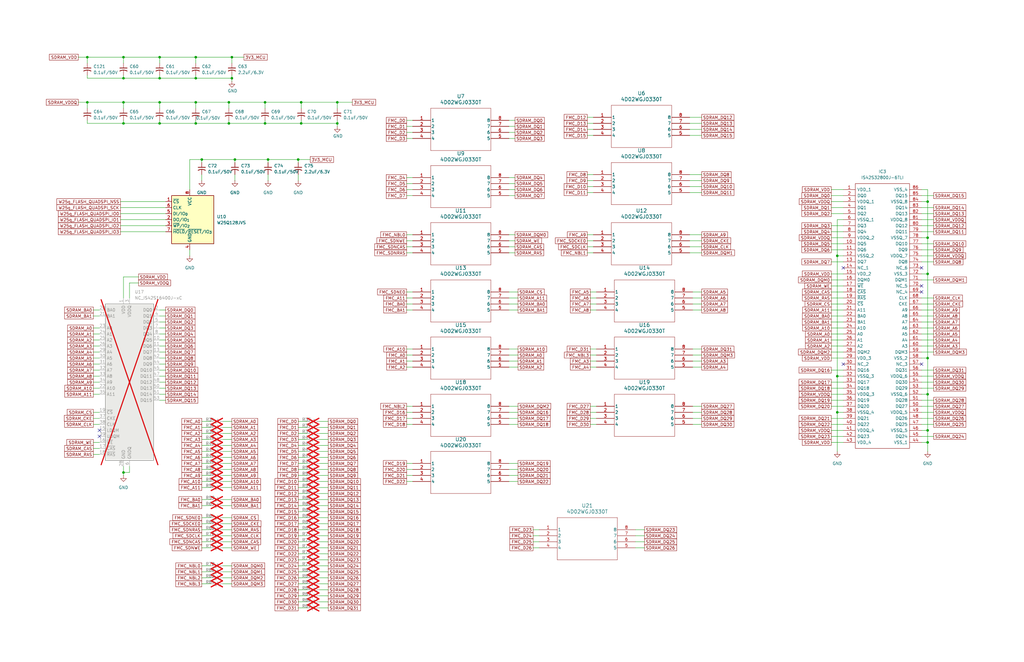
<source format=kicad_sch>
(kicad_sch (version 20250114) (generator "eeschema") (generator_version "9.0")
  (paper "B")
  (junction (at 391.16 85.09))
  (junction (at 99.06 67.31))
  (junction (at 67.31 52.07))
  (junction (at 127 52.07))
  (junction (at 391.16 186.69))
  (junction (at 142.24 43.18))
  (junction (at 96.52 52.07))
  (junction (at 97.79 33.02))
  (junction (at 52.07 24.13))
  (junction (at 353.06 107.95))
  (junction (at 113.03 67.31))
  (junction (at 67.31 43.18))
  (junction (at 111.76 43.18))
  (junction (at 391.16 151.13))
  (junction (at 85.09 67.31))
  (junction (at 67.31 24.13))
  (junction (at 96.52 43.18))
  (junction (at 82.55 33.02))
  (junction (at 391.16 100.33))
  (junction (at 111.76 52.07))
  (junction (at 52.07 43.18))
  (junction (at 52.07 199.39))
  (junction (at 36.83 43.18))
  (junction (at 67.31 33.02))
  (junction (at 82.55 43.18))
  (junction (at 127 43.18))
  (junction (at 125.73 67.31))
  (junction (at 52.07 52.07))
  (junction (at 97.79 24.13))
  (junction (at 391.16 181.61))
  (junction (at 36.83 24.13))
  (junction (at 82.55 52.07))
  (junction (at 391.16 166.37))
  (junction (at 82.55 24.13))
  (junction (at 52.07 33.02))
  (junction (at 353.06 158.75))
  (junction (at 353.06 173.99))
  (junction (at 142.24 52.07))
  (junction (at 391.16 115.57))
  (no_connect (at 41.91 181.61))
  (no_connect (at 388.62 153.67))
  (no_connect (at 355.6 113.03))
  (no_connect (at 388.62 123.19))
  (no_connect (at 388.62 113.03))
  (no_connect (at 388.62 120.65))
  (no_connect (at 355.6 153.67))
  (no_connect (at 41.91 184.15))
  (wire (pts (xy 125.73 205.74) (xy 129.54 205.74)))
  (wire (pts (xy 97.79 26.67) (xy 97.79 24.13)))
  (wire (pts (xy 350.52 97.79) (xy 355.6 97.79)))
  (wire (pts (xy 125.73 248.92) (xy 129.54 248.92)))
  (wire (pts (xy 82.55 24.13) (xy 82.55 26.67)))
  (wire (pts (xy 113.03 67.31) (xy 99.06 67.31)))
  (wire (pts (xy 36.83 43.18) (xy 36.83 45.72)))
  (wire (pts (xy 388.62 161.29) (xy 393.7 161.29)))
  (wire (pts (xy 292.1 125.73) (xy 295.91 125.73)))
  (wire (pts (xy 247.65 104.14) (xy 250.19 104.14)))
  (wire (pts (xy 391.16 186.69) (xy 391.16 190.5)))
  (wire (pts (xy 142.24 45.72) (xy 142.24 43.18)))
  (wire (pts (xy 85.09 228.6) (xy 88.9 228.6)))
  (wire (pts (xy 99.06 73.66) (xy 99.06 76.2)))
  (wire (pts (xy 113.03 67.31) (xy 113.03 68.58)))
  (wire (pts (xy 82.55 43.18) (xy 96.52 43.18)))
  (wire (pts (xy 350.52 138.43) (xy 355.6 138.43)))
  (wire (pts (xy 54.61 119.38) (xy 58.42 119.38)))
  (wire (pts (xy 85.09 190.5) (xy 88.9 190.5)))
  (wire (pts (xy 85.09 177.8) (xy 88.9 177.8)))
  (wire (pts (xy 214.63 101.6) (xy 217.17 101.6)))
  (wire (pts (xy 36.83 31.75) (xy 36.83 33.02)))
  (wire (pts (xy 214.63 106.68) (xy 217.17 106.68)))
  (wire (pts (xy 350.52 123.19) (xy 355.6 123.19)))
  (wire (pts (xy 350.52 110.49) (xy 355.6 110.49)))
  (wire (pts (xy 39.37 138.43) (xy 41.91 138.43)))
  (wire (pts (xy 52.07 116.84) (xy 52.07 125.73)))
  (wire (pts (xy 355.6 107.95) (xy 353.06 107.95)))
  (wire (pts (xy 52.07 50.8) (xy 52.07 52.07)))
  (wire (pts (xy 125.73 193.04) (xy 129.54 193.04)))
  (wire (pts (xy 85.09 187.96) (xy 88.9 187.96)))
  (wire (pts (xy 350.52 179.07) (xy 355.6 179.07)))
  (wire (pts (xy 134.62 193.04) (xy 138.43 193.04)))
  (wire (pts (xy 82.55 52.07) (xy 96.52 52.07)))
  (wire (pts (xy 350.52 125.73) (xy 355.6 125.73)))
  (wire (pts (xy 248.92 130.81) (xy 251.46 130.81)))
  (wire (pts (xy 125.73 218.44) (xy 129.54 218.44)))
  (wire (pts (xy 85.09 210.82) (xy 88.9 210.82)))
  (wire (pts (xy 388.62 184.15) (xy 393.7 184.15)))
  (wire (pts (xy 93.98 220.98) (xy 97.79 220.98)))
  (wire (pts (xy 67.31 151.13) (xy 69.85 151.13)))
  (wire (pts (xy 388.62 171.45) (xy 393.7 171.45)))
  (wire (pts (xy 350.52 146.05) (xy 355.6 146.05)))
  (wire (pts (xy 290.83 52.07) (xy 295.91 52.07)))
  (wire (pts (xy 171.45 149.86) (xy 173.99 149.86)))
  (wire (pts (xy 391.16 100.33) (xy 391.16 115.57)))
  (wire (pts (xy 96.52 43.18) (xy 96.52 45.72)))
  (wire (pts (xy 171.45 125.73) (xy 173.99 125.73)))
  (wire (pts (xy 125.73 233.68) (xy 129.54 233.68)))
  (wire (pts (xy 125.73 254) (xy 129.54 254)))
  (wire (pts (xy 67.31 135.89) (xy 69.85 135.89)))
  (wire (pts (xy 224.79 228.6) (xy 227.33 228.6)))
  (wire (pts (xy 82.55 43.18) (xy 67.31 43.18)))
  (wire (pts (xy 125.73 195.58) (xy 129.54 195.58)))
  (wire (pts (xy 67.31 24.13) (xy 52.07 24.13)))
  (wire (pts (xy 248.92 149.86) (xy 251.46 149.86)))
  (wire (pts (xy 125.73 220.98) (xy 129.54 220.98)))
  (wire (pts (xy 247.65 81.28) (xy 250.19 81.28)))
  (wire (pts (xy 224.79 231.14) (xy 227.33 231.14)))
  (wire (pts (xy 85.09 185.42) (xy 88.9 185.42)))
  (wire (pts (xy 292.1 130.81) (xy 295.91 130.81)))
  (wire (pts (xy 134.62 198.12) (xy 138.43 198.12)))
  (wire (pts (xy 93.98 218.44) (xy 97.79 218.44)))
  (wire (pts (xy 388.62 85.09) (xy 391.16 85.09)))
  (wire (pts (xy 36.83 24.13) (xy 52.07 24.13)))
  (wire (pts (xy 148.59 43.18) (xy 142.24 43.18)))
  (wire (pts (xy 134.62 195.58) (xy 138.43 195.58)))
  (wire (pts (xy 391.16 115.57) (xy 391.16 151.13)))
  (wire (pts (xy 214.63 176.53) (xy 218.44 176.53)))
  (wire (pts (xy 267.97 223.52) (xy 271.78 223.52)))
  (wire (pts (xy 388.62 110.49) (xy 393.7 110.49)))
  (wire (pts (xy 292.1 179.07) (xy 295.91 179.07)))
  (wire (pts (xy 127 50.8) (xy 127 52.07)))
  (wire (pts (xy 134.62 203.2) (xy 138.43 203.2)))
  (wire (pts (xy 67.31 143.51) (xy 69.85 143.51)))
  (wire (pts (xy 50.8 97.79) (xy 69.85 97.79)))
  (wire (pts (xy 350.52 133.35) (xy 355.6 133.35)))
  (wire (pts (xy 39.37 153.67) (xy 41.91 153.67)))
  (wire (pts (xy 125.73 73.66) (xy 125.73 76.2)))
  (wire (pts (xy 355.6 92.71) (xy 353.06 92.71)))
  (wire (pts (xy 134.62 187.96) (xy 138.43 187.96)))
  (wire (pts (xy 39.37 176.53) (xy 41.91 176.53)))
  (wire (pts (xy 388.62 82.55) (xy 393.7 82.55)))
  (wire (pts (xy 247.65 78.74) (xy 250.19 78.74)))
  (wire (pts (xy 67.31 158.75) (xy 69.85 158.75)))
  (wire (pts (xy 134.62 251.46) (xy 138.43 251.46)))
  (wire (pts (xy 134.62 210.82) (xy 138.43 210.82)))
  (wire (pts (xy 134.62 241.3) (xy 138.43 241.3)))
  (wire (pts (xy 39.37 189.23) (xy 41.91 189.23)))
  (wire (pts (xy 67.31 163.83) (xy 69.85 163.83)))
  (wire (pts (xy 388.62 146.05) (xy 393.7 146.05)))
  (wire (pts (xy 171.45 200.66) (xy 173.99 200.66)))
  (wire (pts (xy 142.24 50.8) (xy 142.24 52.07)))
  (wire (pts (xy 214.63 179.07) (xy 218.44 179.07)))
  (wire (pts (xy 388.62 173.99) (xy 393.7 173.99)))
  (wire (pts (xy 350.52 161.29) (xy 355.6 161.29)))
  (wire (pts (xy 52.07 31.75) (xy 52.07 33.02)))
  (wire (pts (xy 248.92 179.07) (xy 251.46 179.07)))
  (wire (pts (xy 388.62 163.83) (xy 393.7 163.83)))
  (wire (pts (xy 214.63 77.47) (xy 217.17 77.47)))
  (wire (pts (xy 125.73 203.2) (xy 129.54 203.2)))
  (wire (pts (xy 388.62 118.11) (xy 393.7 118.11)))
  (wire (pts (xy 224.79 226.06) (xy 227.33 226.06)))
  (wire (pts (xy 350.52 85.09) (xy 355.6 85.09)))
  (wire (pts (xy 171.45 198.12) (xy 173.99 198.12)))
  (wire (pts (xy 355.6 158.75) (xy 353.06 158.75)))
  (wire (pts (xy 353.06 92.71) (xy 353.06 107.95)))
  (wire (pts (xy 391.16 151.13) (xy 391.16 166.37)))
  (wire (pts (xy 134.62 218.44) (xy 138.43 218.44)))
  (wire (pts (xy 54.61 196.85) (xy 54.61 199.39)))
  (wire (pts (xy 93.98 241.3) (xy 97.79 241.3)))
  (wire (pts (xy 82.55 33.02) (xy 97.79 33.02)))
  (wire (pts (xy 52.07 199.39) (xy 52.07 200.66)))
  (wire (pts (xy 214.63 200.66) (xy 218.44 200.66)))
  (wire (pts (xy 214.63 58.42) (xy 217.17 58.42)))
  (wire (pts (xy 125.73 190.5) (xy 129.54 190.5)))
  (wire (pts (xy 171.45 154.94) (xy 173.99 154.94)))
  (wire (pts (xy 85.09 67.31) (xy 85.09 68.58)))
  (wire (pts (xy 130.81 67.31) (xy 125.73 67.31)))
  (wire (pts (xy 134.62 177.8) (xy 138.43 177.8)))
  (wire (pts (xy 67.31 148.59) (xy 69.85 148.59)))
  (wire (pts (xy 127 52.07) (xy 142.24 52.07)))
  (wire (pts (xy 391.16 166.37) (xy 391.16 181.61)))
  (wire (pts (xy 67.31 33.02) (xy 82.55 33.02)))
  (wire (pts (xy 388.62 105.41) (xy 393.7 105.41)))
  (wire (pts (xy 171.45 171.45) (xy 173.99 171.45)))
  (wire (pts (xy 134.62 236.22) (xy 138.43 236.22)))
  (wire (pts (xy 290.83 78.74) (xy 295.91 78.74)))
  (wire (pts (xy 388.62 95.25) (xy 393.7 95.25)))
  (wire (pts (xy 388.62 151.13) (xy 391.16 151.13)))
  (wire (pts (xy 127 43.18) (xy 111.76 43.18)))
  (wire (pts (xy 214.63 128.27) (xy 218.44 128.27)))
  (wire (pts (xy 125.73 215.9) (xy 129.54 215.9)))
  (wire (pts (xy 350.52 184.15) (xy 355.6 184.15)))
  (wire (pts (xy 350.52 102.87) (xy 355.6 102.87)))
  (wire (pts (xy 96.52 50.8) (xy 96.52 52.07)))
  (wire (pts (xy 50.8 87.63) (xy 69.85 87.63)))
  (wire (pts (xy 353.06 173.99) (xy 353.06 190.5)))
  (wire (pts (xy 85.09 193.04) (xy 88.9 193.04)))
  (wire (pts (xy 134.62 248.92) (xy 138.43 248.92)))
  (wire (pts (xy 171.45 101.6) (xy 173.99 101.6)))
  (wire (pts (xy 85.09 231.14) (xy 88.9 231.14)))
  (wire (pts (xy 350.52 105.41) (xy 355.6 105.41)))
  (wire (pts (xy 388.62 179.07) (xy 393.7 179.07)))
  (wire (pts (xy 67.31 133.35) (xy 69.85 133.35)))
  (wire (pts (xy 39.37 179.07) (xy 41.91 179.07)))
  (wire (pts (xy 125.73 177.8) (xy 129.54 177.8)))
  (wire (pts (xy 350.52 80.01) (xy 355.6 80.01)))
  (wire (pts (xy 350.52 186.69) (xy 355.6 186.69)))
  (wire (pts (xy 171.45 130.81) (xy 173.99 130.81)))
  (wire (pts (xy 93.98 180.34) (xy 97.79 180.34)))
  (wire (pts (xy 350.52 140.97) (xy 355.6 140.97)))
  (wire (pts (xy 350.52 181.61) (xy 355.6 181.61)))
  (wire (pts (xy 111.76 50.8) (xy 111.76 52.07)))
  (wire (pts (xy 292.1 173.99) (xy 295.91 173.99)))
  (wire (pts (xy 82.55 24.13) (xy 67.31 24.13)))
  (wire (pts (xy 350.52 128.27) (xy 355.6 128.27)))
  (wire (pts (xy 355.6 173.99) (xy 353.06 173.99)))
  (wire (pts (xy 39.37 140.97) (xy 41.91 140.97)))
  (wire (pts (xy 50.8 95.25) (xy 69.85 95.25)))
  (wire (pts (xy 171.45 99.06) (xy 173.99 99.06)))
  (wire (pts (xy 350.52 163.83) (xy 355.6 163.83)))
  (wire (pts (xy 134.62 182.88) (xy 138.43 182.88)))
  (wire (pts (xy 134.62 200.66) (xy 138.43 200.66)))
  (wire (pts (xy 388.62 80.01) (xy 391.16 80.01)))
  (wire (pts (xy 93.98 228.6) (xy 97.79 228.6)))
  (wire (pts (xy 214.63 53.34) (xy 217.17 53.34)))
  (wire (pts (xy 85.09 203.2) (xy 88.9 203.2)))
  (wire (pts (xy 248.92 173.99) (xy 251.46 173.99)))
  (wire (pts (xy 67.31 156.21) (xy 69.85 156.21)))
  (wire (pts (xy 33.02 24.13) (xy 36.83 24.13)))
  (wire (pts (xy 171.45 203.2) (xy 173.99 203.2)))
  (wire (pts (xy 171.45 50.8) (xy 173.99 50.8)))
  (wire (pts (xy 134.62 228.6) (xy 138.43 228.6)))
  (wire (pts (xy 39.37 158.75) (xy 41.91 158.75)))
  (wire (pts (xy 67.31 146.05) (xy 69.85 146.05)))
  (wire (pts (xy 388.62 97.79) (xy 393.7 97.79)))
  (wire (pts (xy 67.31 166.37) (xy 69.85 166.37)))
  (wire (pts (xy 171.45 80.01) (xy 173.99 80.01)))
  (wire (pts (xy 54.61 125.73) (xy 54.61 119.38)))
  (wire (pts (xy 111.76 52.07) (xy 127 52.07)))
  (wire (pts (xy 224.79 223.52) (xy 227.33 223.52)))
  (wire (pts (xy 214.63 173.99) (xy 218.44 173.99)))
  (wire (pts (xy 96.52 52.07) (xy 111.76 52.07)))
  (wire (pts (xy 33.02 43.18) (xy 36.83 43.18)))
  (wire (pts (xy 388.62 133.35) (xy 393.7 133.35)))
  (wire (pts (xy 171.45 176.53) (xy 173.99 176.53)))
  (wire (pts (xy 350.52 156.21) (xy 355.6 156.21)))
  (wire (pts (xy 247.65 52.07) (xy 250.19 52.07)))
  (wire (pts (xy 97.79 24.13) (xy 82.55 24.13)))
  (wire (pts (xy 171.45 128.27) (xy 173.99 128.27)))
  (wire (pts (xy 171.45 53.34) (xy 173.99 53.34)))
  (wire (pts (xy 85.09 223.52) (xy 88.9 223.52)))
  (wire (pts (xy 214.63 123.19) (xy 218.44 123.19)))
  (wire (pts (xy 248.92 147.32) (xy 251.46 147.32)))
  (wire (pts (xy 214.63 203.2) (xy 218.44 203.2)))
  (wire (pts (xy 125.73 187.96) (xy 129.54 187.96)))
  (wire (pts (xy 290.83 57.15) (xy 295.91 57.15)))
  (wire (pts (xy 39.37 186.69) (xy 41.91 186.69)))
  (wire (pts (xy 290.83 73.66) (xy 295.91 73.66)))
  (wire (pts (xy 85.09 243.84) (xy 88.9 243.84)))
  (wire (pts (xy 125.73 180.34) (xy 129.54 180.34)))
  (wire (pts (xy 388.62 100.33) (xy 391.16 100.33)))
  (wire (pts (xy 125.73 198.12) (xy 129.54 198.12)))
  (wire (pts (xy 97.79 33.02) (xy 97.79 34.29)))
  (wire (pts (xy 290.83 101.6) (xy 295.91 101.6)))
  (wire (pts (xy 350.52 118.11) (xy 355.6 118.11)))
  (wire (pts (xy 125.73 200.66) (xy 129.54 200.66)))
  (wire (pts (xy 52.07 196.85) (xy 52.07 199.39)))
  (wire (pts (xy 58.42 116.84) (xy 52.07 116.84)))
  (wire (pts (xy 353.06 107.95) (xy 353.06 158.75)))
  (wire (pts (xy 292.1 123.19) (xy 295.91 123.19)))
  (wire (pts (xy 67.31 31.75) (xy 67.31 33.02)))
  (wire (pts (xy 67.31 50.8) (xy 67.31 52.07)))
  (wire (pts (xy 93.98 195.58) (xy 97.79 195.58)))
  (wire (pts (xy 290.83 76.2) (xy 295.91 76.2)))
  (wire (pts (xy 111.76 43.18) (xy 96.52 43.18)))
  (wire (pts (xy 93.98 205.74) (xy 97.79 205.74)))
  (wire (pts (xy 214.63 149.86) (xy 218.44 149.86)))
  (wire (pts (xy 388.62 90.17) (xy 393.7 90.17)))
  (wire (pts (xy 290.83 54.61) (xy 295.91 54.61)))
  (wire (pts (xy 85.09 213.36) (xy 88.9 213.36)))
  (wire (pts (xy 134.62 231.14) (xy 138.43 231.14)))
  (wire (pts (xy 125.73 67.31) (xy 113.03 67.31)))
  (wire (pts (xy 134.62 246.38) (xy 138.43 246.38)))
  (wire (pts (xy 93.98 190.5) (xy 97.79 190.5)))
  (wire (pts (xy 247.65 54.61) (xy 250.19 54.61)))
  (wire (pts (xy 292.1 152.4) (xy 295.91 152.4)))
  (wire (pts (xy 97.79 31.75) (xy 97.79 33.02)))
  (wire (pts (xy 388.62 140.97) (xy 393.7 140.97)))
  (wire (pts (xy 247.65 99.06) (xy 250.19 99.06)))
  (wire (pts (xy 39.37 161.29) (xy 41.91 161.29)))
  (wire (pts (xy 247.65 106.68) (xy 250.19 106.68)))
  (wire (pts (xy 80.01 67.31) (xy 85.09 67.31)))
  (wire (pts (xy 292.1 147.32) (xy 295.91 147.32)))
  (wire (pts (xy 388.62 115.57) (xy 391.16 115.57)))
  (wire (pts (xy 248.92 152.4) (xy 251.46 152.4)))
  (wire (pts (xy 93.98 231.14) (xy 97.79 231.14)))
  (wire (pts (xy 350.52 143.51) (xy 355.6 143.51)))
  (wire (pts (xy 125.73 251.46) (xy 129.54 251.46)))
  (wire (pts (xy 350.52 135.89) (xy 355.6 135.89)))
  (wire (pts (xy 134.62 254) (xy 138.43 254)))
  (wire (pts (xy 85.09 238.76) (xy 88.9 238.76)))
  (wire (pts (xy 67.31 138.43) (xy 69.85 138.43)))
  (wire (pts (xy 214.63 147.32) (xy 218.44 147.32)))
  (wire (pts (xy 50.8 92.71) (xy 69.85 92.71)))
  (wire (pts (xy 85.09 67.31) (xy 99.06 67.31)))
  (wire (pts (xy 134.62 226.06) (xy 138.43 226.06)))
  (wire (pts (xy 134.62 213.36) (xy 138.43 213.36)))
  (wire (pts (xy 350.52 168.91) (xy 355.6 168.91)))
  (wire (pts (xy 292.1 176.53) (xy 295.91 176.53)))
  (wire (pts (xy 388.62 87.63) (xy 393.7 87.63)))
  (wire (pts (xy 171.45 55.88) (xy 173.99 55.88)))
  (wire (pts (xy 85.09 73.66) (xy 85.09 76.2)))
  (wire (pts (xy 93.98 213.36) (xy 97.79 213.36)))
  (wire (pts (xy 93.98 226.06) (xy 97.79 226.06)))
  (wire (pts (xy 134.62 185.42) (xy 138.43 185.42)))
  (wire (pts (xy 39.37 156.21) (xy 41.91 156.21)))
  (wire (pts (xy 290.83 104.14) (xy 295.91 104.14)))
  (wire (pts (xy 247.65 76.2) (xy 250.19 76.2)))
  (wire (pts (xy 171.45 58.42) (xy 173.99 58.42)))
  (wire (pts (xy 125.73 67.31) (xy 125.73 68.58)))
  (wire (pts (xy 85.09 200.66) (xy 88.9 200.66)))
  (wire (pts (xy 350.52 176.53) (xy 355.6 176.53)))
  (wire (pts (xy 125.73 223.52) (xy 129.54 223.52)))
  (wire (pts (xy 39.37 166.37) (xy 41.91 166.37)))
  (wire (pts (xy 214.63 130.81) (xy 218.44 130.81)))
  (wire (pts (xy 82.55 45.72) (xy 82.55 43.18)))
  (wire (pts (xy 388.62 166.37) (xy 391.16 166.37)))
  (wire (pts (xy 134.62 238.76) (xy 138.43 238.76)))
  (wire (pts (xy 171.45 179.07) (xy 173.99 179.07)))
  (wire (pts (xy 214.63 50.8) (xy 217.17 50.8)))
  (wire (pts (xy 350.52 90.17) (xy 355.6 90.17)))
  (wire (pts (xy 171.45 74.93) (xy 173.99 74.93)))
  (wire (pts (xy 214.63 125.73) (xy 218.44 125.73)))
  (wire (pts (xy 125.73 213.36) (xy 129.54 213.36)))
  (wire (pts (xy 350.52 100.33) (xy 355.6 100.33)))
  (wire (pts (xy 113.03 73.66) (xy 113.03 76.2)))
  (wire (pts (xy 125.73 243.84) (xy 129.54 243.84)))
  (wire (pts (xy 85.09 218.44) (xy 88.9 218.44)))
  (wire (pts (xy 36.83 33.02) (xy 52.07 33.02)))
  (wire (pts (xy 39.37 151.13) (xy 41.91 151.13)))
  (wire (pts (xy 171.45 147.32) (xy 173.99 147.32)))
  (wire (pts (xy 125.73 210.82) (xy 129.54 210.82)))
  (wire (pts (xy 39.37 191.77) (xy 41.91 191.77)))
  (wire (pts (xy 93.98 198.12) (xy 97.79 198.12)))
  (wire (pts (xy 85.09 205.74) (xy 88.9 205.74)))
  (wire (pts (xy 67.31 153.67) (xy 69.85 153.67)))
  (wire (pts (xy 67.31 24.13) (xy 67.31 26.67)))
  (wire (pts (xy 93.98 246.38) (xy 97.79 246.38)))
  (wire (pts (xy 388.62 181.61) (xy 391.16 181.61)))
  (wire (pts (xy 93.98 238.76) (xy 97.79 238.76)))
  (wire (pts (xy 292.1 171.45) (xy 295.91 171.45)))
  (wire (pts (xy 214.63 80.01) (xy 217.17 80.01)))
  (wire (pts (xy 52.07 24.13) (xy 52.07 26.67)))
  (wire (pts (xy 171.45 104.14) (xy 173.99 104.14)))
  (wire (pts (xy 134.62 223.52) (xy 138.43 223.52)))
  (wire (pts (xy 214.63 55.88) (xy 217.17 55.88)))
  (wire (pts (xy 267.97 228.6) (xy 271.78 228.6)))
  (wire (pts (xy 36.83 24.13) (xy 36.83 26.67)))
  (wire (pts (xy 67.31 43.18) (xy 52.07 43.18)))
  (wire (pts (xy 134.62 215.9) (xy 138.43 215.9)))
  (wire (pts (xy 39.37 130.81) (xy 41.91 130.81)))
  (wire (pts (xy 350.52 171.45) (xy 355.6 171.45)))
  (wire (pts (xy 247.65 49.53) (xy 250.19 49.53)))
  (wire (pts (xy 290.83 81.28) (xy 295.91 81.28)))
  (wire (pts (xy 388.62 107.95) (xy 393.7 107.95)))
  (wire (pts (xy 111.76 43.18) (xy 111.76 45.72)))
  (wire (pts (xy 290.83 106.68) (xy 295.91 106.68)))
  (wire (pts (xy 350.52 130.81) (xy 355.6 130.81)))
  (wire (pts (xy 292.1 154.94) (xy 295.91 154.94)))
  (wire (pts (xy 134.62 205.74) (xy 138.43 205.74)))
  (wire (pts (xy 214.63 171.45) (xy 218.44 171.45)))
  (wire (pts (xy 171.45 152.4) (xy 173.99 152.4)))
  (wire (pts (xy 54.61 199.39) (xy 52.07 199.39)))
  (wire (pts (xy 67.31 161.29) (xy 69.85 161.29)))
  (wire (pts (xy 93.98 187.96) (xy 97.79 187.96)))
  (wire (pts (xy 214.63 99.06) (xy 217.17 99.06)))
  (wire (pts (xy 388.62 156.21) (xy 393.7 156.21)))
  (wire (pts (xy 214.63 74.93) (xy 217.17 74.93)))
  (wire (pts (xy 388.62 128.27) (xy 393.7 128.27)))
  (wire (pts (xy 93.98 243.84) (xy 97.79 243.84)))
  (wire (pts (xy 214.63 195.58) (xy 218.44 195.58)))
  (wire (pts (xy 82.55 31.75) (xy 82.55 33.02)))
  (wire (pts (xy 134.62 256.54) (xy 138.43 256.54)))
  (wire (pts (xy 85.09 195.58) (xy 88.9 195.58)))
  (wire (pts (xy 125.73 208.28) (xy 129.54 208.28)))
  (wire (pts (xy 52.07 43.18) (xy 52.07 45.72)))
  (wire (pts (xy 388.62 102.87) (xy 393.7 102.87)))
  (wire (pts (xy 247.65 57.15) (xy 250.19 57.15)))
  (wire (pts (xy 247.65 73.66) (xy 250.19 73.66)))
  (wire (pts (xy 125.73 185.42) (xy 129.54 185.42)))
  (wire (pts (xy 67.31 43.18) (xy 67.31 45.72)))
  (wire (pts (xy 36.83 50.8) (xy 36.83 52.07)))
  (wire (pts (xy 85.09 220.98) (xy 88.9 220.98)))
  (wire (pts (xy 93.98 210.82) (xy 97.79 210.82)))
  (wire (pts (xy 350.52 87.63) (xy 355.6 87.63)))
  (wire (pts (xy 85.09 198.12) (xy 88.9 198.12)))
  (wire (pts (xy 125.73 231.14) (xy 129.54 231.14)))
  (wire (pts (xy 93.98 223.52) (xy 97.79 223.52)))
  (wire (pts (xy 85.09 182.88) (xy 88.9 182.88)))
  (wire (pts (xy 267.97 231.14) (xy 271.78 231.14)))
  (wire (pts (xy 388.62 168.91) (xy 393.7 168.91)))
  (wire (pts (xy 248.92 171.45) (xy 251.46 171.45)))
  (wire (pts (xy 350.52 95.25) (xy 355.6 95.25)))
  (wire (pts (xy 388.62 138.43) (xy 393.7 138.43)))
  (wire (pts (xy 292.1 149.86) (xy 295.91 149.86)))
  (wire (pts (xy 39.37 148.59) (xy 41.91 148.59)))
  (wire (pts (xy 388.62 92.71) (xy 393.7 92.71)))
  (wire (pts (xy 267.97 226.06) (xy 271.78 226.06)))
  (wire (pts (xy 39.37 173.99) (xy 41.91 173.99)))
  (wire (pts (xy 292.1 128.27) (xy 295.91 128.27)))
  (wire (pts (xy 134.62 208.28) (xy 138.43 208.28)))
  (wire (pts (xy 214.63 104.14) (xy 217.17 104.14)))
  (wire (pts (xy 350.52 166.37) (xy 355.6 166.37)))
  (wire (pts (xy 85.09 226.06) (xy 88.9 226.06)))
  (wire (pts (xy 93.98 200.66) (xy 97.79 200.66)))
  (wire (pts (xy 125.73 256.54) (xy 129.54 256.54)))
  (wire (pts (xy 134.62 243.84) (xy 138.43 243.84)))
  (wire (pts (xy 248.92 154.94) (xy 251.46 154.94)))
  (wire (pts (xy 39.37 146.05) (xy 41.91 146.05)))
  (wire (pts (xy 127 43.18) (xy 127 45.72)))
  (wire (pts (xy 39.37 143.51) (xy 41.91 143.51)))
  (wire (pts (xy 391.16 85.09) (xy 391.16 100.33)))
  (wire (pts (xy 388.62 176.53) (xy 393.7 176.53)))
  (wire (pts (xy 36.83 52.07) (xy 52.07 52.07)))
  (wire (pts (xy 93.98 185.42) (xy 97.79 185.42)))
  (wire (pts (xy 171.45 106.68) (xy 173.99 106.68)))
  (wire (pts (xy 67.31 168.91) (xy 69.85 168.91)))
  (wire (pts (xy 350.52 115.57) (xy 355.6 115.57)))
  (wire (pts (xy 353.06 158.75) (xy 353.06 173.99)))
  (wire (pts (xy 82.55 50.8) (xy 82.55 52.07)))
  (wire (pts (xy 171.45 195.58) (xy 173.99 195.58)))
  (wire (pts (xy 350.52 151.13) (xy 355.6 151.13)))
  (wire (pts (xy 125.73 246.38) (xy 129.54 246.38)))
  (wire (pts (xy 214.63 198.12) (xy 218.44 198.12)))
  (wire (pts (xy 248.92 125.73) (xy 251.46 125.73)))
  (wire (pts (xy 388.62 135.89) (xy 393.7 135.89)))
  (wire (pts (xy 388.62 186.69) (xy 391.16 186.69)))
  (wire (pts (xy 134.62 220.98) (xy 138.43 220.98)))
  (wire (pts (xy 214.63 154.94) (xy 218.44 154.94)))
  (wire (pts (xy 52.07 33.02) (xy 67.31 33.02)))
  (wire (pts (xy 248.92 123.19) (xy 251.46 123.19)))
  (wire (pts (xy 93.98 177.8) (xy 97.79 177.8)))
  (wire (pts (xy 171.45 77.47) (xy 173.99 77.47)))
  (wire (pts (xy 290.83 99.06) (xy 295.91 99.06)))
  (wire (pts (xy 388.62 130.81) (xy 393.7 130.81)))
  (wire (pts (xy 85.09 180.34) (xy 88.9 180.34)))
  (wire (pts (xy 214.63 82.55) (xy 217.17 82.55)))
  (wire (pts (xy 50.8 90.17) (xy 69.85 90.17)))
  (wire (pts (xy 171.45 82.55) (xy 173.99 82.55)))
  (wire (pts (xy 39.37 133.35) (xy 41.91 133.35)))
  (wire (pts (xy 93.98 182.88) (xy 97.79 182.88)))
  (wire (pts (xy 248.92 176.53) (xy 251.46 176.53)))
  (wire (pts (xy 391.16 181.61) (xy 391.16 186.69)))
  (wire (pts (xy 290.83 49.53) (xy 295.91 49.53)))
  (wire (pts (xy 67.31 52.07) (xy 82.55 52.07)))
  (wire (pts (xy 52.07 43.18) (xy 36.83 43.18)))
  (wire (pts (xy 80.01 67.31) (xy 80.01 80.01)))
  (wire (pts (xy 93.98 203.2) (xy 97.79 203.2)))
  (wire (pts (xy 391.16 80.01) (xy 391.16 85.09)))
  (wire (pts (xy 99.06 67.31) (xy 99.06 68.58)))
  (wire (pts (xy 93.98 193.04) (xy 97.79 193.04)))
  (wire (pts (xy 125.73 228.6) (xy 129.54 228.6)))
  (wire (pts (xy 134.62 180.34) (xy 138.43 180.34)))
  (wire (pts (xy 350.52 148.59) (xy 355.6 148.59)))
  (wire (pts (xy 50.8 85.09) (xy 69.85 85.09)))
  (wire (pts (xy 350.52 120.65) (xy 355.6 120.65)))
  (wire (pts (xy 388.62 158.75) (xy 393.7 158.75)))
  (wire (pts (xy 134.62 190.5) (xy 138.43 190.5)))
  (wire (pts (xy 80.01 105.41) (xy 80.01 107.95)))
  (wire (pts (xy 247.65 101.6) (xy 250.19 101.6)))
  (wire (pts (xy 125.73 182.88) (xy 129.54 182.88)))
  (wire (pts (xy 52.07 52.07) (xy 67.31 52.07)))
  (wire (pts (xy 85.09 246.38) (xy 88.9 246.38)))
  (wire (pts (xy 248.92 128.27) (xy 251.46 128.27)))
  (wire (pts (xy 214.63 152.4) (xy 218.44 152.4)))
  (wire (pts (xy 142.24 52.07) (xy 142.24 53.34)))
  (wire (pts (xy 125.73 226.06) (xy 129.54 226.06)))
  (wire (pts (xy 39.37 163.83) (xy 41.91 163.83)))
  (wire (pts (xy 127 43.18) (xy 142.24 43.18)))
  (wire (pts (xy 125.73 236.22) (xy 129.54 236.22)))
  (wire (pts (xy 97.79 24.13) (xy 102.87 24.13)))
  (wire (pts (xy 388.62 148.59) (xy 393.7 148.59)))
  (wire (pts (xy 85.09 241.3) (xy 88.9 241.3)))
  (wire (pts (xy 350.52 82.55) (xy 355.6 82.55)))
  (wire (pts (xy 388.62 125.73) (xy 393.7 125.73)))
  (wire (pts (xy 134.62 233.68) (xy 138.43 233.68)))
  (wire (pts (xy 171.45 123.19) (xy 173.99 123.19)))
  (wire (pts (xy 171.45 173.99) (xy 173.99 173.99)))
  (wire (pts (xy 67.31 140.97) (xy 69.85 140.97)))
  (wire (pts (xy 125.73 238.76) (xy 129.54 238.76)))
  (wire (pts (xy 125.73 241.3) (xy 129.54 241.3)))
  (wire (pts (xy 388.62 143.51) (xy 393.7 143.51)))
  (wire (pts (xy 67.31 130.81) (xy 69.85 130.81)))
  (global_label "SDRAM_BA1" (shape passive) (at 350.52 135.89 180) (property "Intersheetrefs" "${INTERSHEET_REFS}" (effects (hide yes))))
  (global_label "SDRAM_DQ22" (shape passive) (at 350.52 179.07 180) (property "Intersheetrefs" "${INTERSHEET_REFS}" (effects (hide yes))))
  (global_label "FMC_A0" (shape passive) (at 171.45 149.86 180) (property "Intersheetrefs" "${INTERSHEET_REFS}" (effects (hide yes))))
  (global_label "FMC_A5" (shape passive) (at 248.92 123.19 180) (property "Intersheetrefs" "${INTERSHEET_REFS}" (effects (hide yes))))
  (global_label "SDRAM_A11" (shape passive) (at 97.79 205.74 0) (property "Intersheetrefs" "${INTERSHEET_REFS}" (effects (hide yes))))
  (global_label "SDRAM_DQ16" (shape passive) (at 350.52 156.21 180) (property "Intersheetrefs" "${INTERSHEET_REFS}" (effects (hide yes))))
  (global_label "SDRAM_A0" (shape passive) (at 97.79 177.8 0) (property "Intersheetrefs" "${INTERSHEET_REFS}" (effects (hide yes))))
  (global_label "FMC_SDNRAS" (shape passive) (at 85.09 223.52 180) (property "Intersheetrefs" "${INTERSHEET_REFS}" (effects (hide yes))))
  (global_label "FMC_A10" (shape passive) (at 85.09 203.2 180) (property "Intersheetrefs" "${INTERSHEET_REFS}" (effects (hide yes))))
  (global_label "SDRAM_DQ0" (shape passive) (at 350.52 82.55 180) (property "Intersheetrefs" "${INTERSHEET_REFS}" (effects (hide yes))))
  (global_label "FMC_D17" (shape passive) (at 125.73 220.98 180) (property "Intersheetrefs" "${INTERSHEET_REFS}" (effects (hide yes))))
  (global_label "FMC_D16" (shape passive) (at 125.73 218.44 180) (property "Intersheetrefs" "${INTERSHEET_REFS}" (effects (hide yes))))
  (global_label "FMC_SDNE0" (shape passive) (at 171.45 123.19 180) (property "Intersheetrefs" "${INTERSHEET_REFS}" (effects (hide yes))))
  (global_label "SDRAM_DQ10" (shape passive) (at 393.7 102.87 0) (property "Intersheetrefs" "${INTERSHEET_REFS}" (effects (hide yes))))
  (global_label "SDRAM_DQ19" (shape passive) (at 138.43 226.06 0) (property "Intersheetrefs" "${INTERSHEET_REFS}" (effects (hide yes))))
  (global_label "SDRAM_DQ15" (shape passive) (at 138.43 215.9 0) (property "Intersheetrefs" "${INTERSHEET_REFS}" (effects (hide yes))))
  (global_label "SDRAM_RAS" (shape passive) (at 350.52 125.73 180) (property "Intersheetrefs" "${INTERSHEET_REFS}" (effects (hide yes))))
  (global_label "SDRAM_DQ27" (shape passive) (at 138.43 246.38 0) (property "Intersheetrefs" "${INTERSHEET_REFS}" (effects (hide yes))))
  (global_label "SDRAM_A6" (shape passive) (at 295.91 125.73 0) (property "Intersheetrefs" "${INTERSHEET_REFS}" (effects (hide yes))))
  (global_label "FMC_BA1" (shape passive) (at 85.09 213.36 180) (property "Intersheetrefs" "${INTERSHEET_REFS}" (effects (hide yes))))
  (global_label "SDRAM_RAS" (shape passive) (at 97.79 223.52 0) (property "Intersheetrefs" "${INTERSHEET_REFS}" (effects (hide yes))))
  (global_label "SDRAM_VDDQ" (shape passive) (at 33.02 43.18 180) (property "Intersheetrefs" "${INTERSHEET_REFS}" (effects (hide yes))))
  (global_label "FMC_D7" (shape passive) (at 125.73 195.58 180) (property "Intersheetrefs" "${INTERSHEET_REFS}" (effects (hide yes))))
  (global_label "SDRAM_A8" (shape passive) (at 295.91 130.81 0) (property "Intersheetrefs" "${INTERSHEET_REFS}" (effects (hide yes))))
  (global_label "SDRAM_DQ8" (shape passive) (at 393.7 110.49 0) (property "Intersheetrefs" "${INTERSHEET_REFS}" (effects (hide yes))))
  (global_label "SDRAM_DQ24" (shape passive) (at 138.43 238.76 0) (property "Intersheetrefs" "${INTERSHEET_REFS}" (effects (hide yes))))
  (global_label "FMC_D12" (shape passive) (at 125.73 208.28 180) (property "Intersheetrefs" "${INTERSHEET_REFS}" (effects (hide yes))))
  (global_label "SDRAM_A11" (shape passive) (at 39.37 166.37 180) (property "Intersheetrefs" "${INTERSHEET_REFS}" (effects (hide yes))))
  (global_label "SDRAM_DQ7" (shape passive) (at 138.43 195.58 0) (property "Intersheetrefs" "${INTERSHEET_REFS}" (effects (hide yes))))
  (global_label "3V3_MCU" (shape passive) (at 130.81 67.31 0) (property "Intersheetrefs" "${INTERSHEET_REFS}" (effects (hide yes))))
  (global_label "FMC_SDNE0" (shape passive) (at 85.09 218.44 180) (property "Intersheetrefs" "${INTERSHEET_REFS}" (effects (hide yes))))
  (global_label "SDRAM_DQ29" (shape passive) (at 393.7 163.83 0) (property "Intersheetrefs" "${INTERSHEET_REFS}" (effects (hide yes))))
  (global_label "SDRAM_CKE" (shape passive) (at 393.7 128.27 0) (property "Intersheetrefs" "${INTERSHEET_REFS}" (effects (hide yes))))
  (global_label "SDRAM_DQM1" (shape passive) (at 97.79 241.3 0) (property "Intersheetrefs" "${INTERSHEET_REFS}" (effects (hide yes))))
  (global_label "FMC_D31" (shape passive) (at 125.73 256.54 180) (property "Intersheetrefs" "${INTERSHEET_REFS}" (effects (hide yes))))
  (global_label "SDRAM_WE" (shape passive) (at 39.37 186.69 180) (property "Intersheetrefs" "${INTERSHEET_REFS}" (effects (hide yes))))
  (global_label "SDRAM_DQ14" (shape passive) (at 295.91 54.61 0) (property "Intersheetrefs" "${INTERSHEET_REFS}" (effects (hide yes))))
  (global_label "FMC_BA1" (shape passive) (at 171.45 130.81 180) (property "Intersheetrefs" "${INTERSHEET_REFS}" (effects (hide yes))))
  (global_label "SDRAM_CAS" (shape passive) (at 97.79 228.6 0) (property "Intersheetrefs" "${INTERSHEET_REFS}" (effects (hide yes))))
  (global_label "SDRAM_DQ15" (shape passive) (at 295.91 57.15 0) (property "Intersheetrefs" "${INTERSHEET_REFS}" (effects (hide yes))))
  (global_label "SDRAM_A4" (shape passive) (at 295.91 154.94 0) (property "Intersheetrefs" "${INTERSHEET_REFS}" (effects (hide yes))))
  (global_label "SDRAM_DQ2" (shape passive) (at 217.17 55.88 0) (property "Intersheetrefs" "${INTERSHEET_REFS}" (effects (hide yes))))
  (global_label "SDRAM_DQ15" (shape passive) (at 393.7 82.55 0) (property "Intersheetrefs" "${INTERSHEET_REFS}" (effects (hide yes))))
  (global_label "FMC_NBL2" (shape passive) (at 171.45 171.45 180) (property "Intersheetrefs" "${INTERSHEET_REFS}" (effects (hide yes))))
  (global_label "SDRAM_A4" (shape passive) (at 97.79 187.96 0) (property "Intersheetrefs" "${INTERSHEET_REFS}" (effects (hide yes))))
  (global_label "SDRAM_A11" (shape passive) (at 218.44 125.73 0) (property "Intersheetrefs" "${INTERSHEET_REFS}" (effects (hide yes))))
  (global_label "SDRAM_BA1" (shape passive) (at 218.44 130.81 0) (property "Intersheetrefs" "${INTERSHEET_REFS}" (effects (hide yes))))
  (global_label "SDRAM_DQ29" (shape passive) (at 138.43 251.46 0) (property "Intersheetrefs" "${INTERSHEET_REFS}" (effects (hide yes))))
  (global_label "FMC_D14" (shape passive) (at 125.73 213.36 180) (property "Intersheetrefs" "${INTERSHEET_REFS}" (effects (hide yes))))
  (global_label "FMC_A7" (shape passive) (at 85.09 195.58 180) (property "Intersheetrefs" "${INTERSHEET_REFS}" (effects (hide yes))))
  (global_label "SDRAM_DQ9" (shape passive) (at 138.43 200.66 0) (property "Intersheetrefs" "${INTERSHEET_REFS}" (effects (hide yes))))
  (global_label "SDRAM_DQ4" (shape passive) (at 69.85 140.97 0) (property "Intersheetrefs" "${INTERSHEET_REFS}" (effects (hide yes))))
  (global_label "FMC_SDCKE0" (shape passive) (at 247.65 101.6 180) (property "Intersheetrefs" "${INTERSHEET_REFS}" (effects (hide yes))))
  (global_label "FMC_D9" (shape passive) (at 247.65 76.2 180) (property "Intersheetrefs" "${INTERSHEET_REFS}" (effects (hide yes))))
  (global_label "SDRAM_A5" (shape passive) (at 393.7 140.97 0) (property "Intersheetrefs" "${INTERSHEET_REFS}" (effects (hide yes))))
  (global_label "SDRAM_DQM2" (shape passive) (at 218.44 171.45 0) (property "Intersheetrefs" "${INTERSHEET_REFS}" (effects (hide yes))))
  (global_label "SDRAM_A4" (shape passive) (at 393.7 143.51 0) (property "Intersheetrefs" "${INTERSHEET_REFS}" (effects (hide yes))))
  (global_label "FMC_A6" (shape passive) (at 85.09 193.04 180) (property "Intersheetrefs" "${INTERSHEET_REFS}" (effects (hide yes))))
  (global_label "FMC_D21" (shape passive) (at 171.45 200.66 180) (property "Intersheetrefs" "${INTERSHEET_REFS}" (effects (hide yes))))
  (global_label "SDRAM_DQ28" (shape passive) (at 295.91 173.99 0) (property "Intersheetrefs" "${INTERSHEET_REFS}" (effects (hide yes))))
  (global_label "SDRAM_VDDQ" (shape passive) (at 393.7 92.71 0) (property "Intersheetrefs" "${INTERSHEET_REFS}" (effects (hide yes))))
  (global_label "SDRAM_A3" (shape passive) (at 39.37 146.05 180) (property "Intersheetrefs" "${INTERSHEET_REFS}" (effects (hide yes))))
  (global_label "SDRAM_DQ6" (shape passive) (at 138.43 193.04 0) (property "Intersheetrefs" "${INTERSHEET_REFS}" (effects (hide yes))))
  (global_label "SDRAM_DQ1" (shape passive) (at 138.43 180.34 0) (property "Intersheetrefs" "${INTERSHEET_REFS}" (effects (hide yes))))
  (global_label "SDRAM_DQ26" (shape passive) (at 271.78 231.14 0) (property "Intersheetrefs" "${INTERSHEET_REFS}" (effects (hide yes))))
  (global_label "SDRAM_BA1" (shape passive) (at 39.37 133.35 180) (property "Intersheetrefs" "${INTERSHEET_REFS}" (effects (hide yes))))
  (global_label "FMC_A11" (shape passive) (at 85.09 205.74 180) (property "Intersheetrefs" "${INTERSHEET_REFS}" (effects (hide yes))))
  (global_label "SDRAM_BA1" (shape passive) (at 97.79 213.36 0) (property "Intersheetrefs" "${INTERSHEET_REFS}" (effects (hide yes))))
  (global_label "FMC_D13" (shape passive) (at 125.73 210.82 180) (property "Intersheetrefs" "${INTERSHEET_REFS}" (effects (hide yes))))
  (global_label "SDRAM_CKE" (shape passive) (at 39.37 176.53 180) (property "Intersheetrefs" "${INTERSHEET_REFS}" (effects (hide yes))))
  (global_label "SDRAM_CKE" (shape passive) (at 295.91 101.6 0) (property "Intersheetrefs" "${INTERSHEET_REFS}" (effects (hide yes))))
  (global_label "SDRAM_DQ30" (shape passive) (at 138.43 254 0) (property "Intersheetrefs" "${INTERSHEET_REFS}" (effects (hide yes))))
  (global_label "FMC_D22" (shape passive) (at 125.73 233.68 180) (property "Intersheetrefs" "${INTERSHEET_REFS}" (effects (hide yes))))
  (global_label "SDRAM_DQ31" (shape passive) (at 295.91 147.32 0) (property "Intersheetrefs" "${INTERSHEET_REFS}" (effects (hide yes))))
  (global_label "SDRAM_DQ7" (shape passive) (at 69.85 148.59 0) (property "Intersheetrefs" "${INTERSHEET_REFS}" (effects (hide yes))))
  (global_label "SDRAM_DQM3" (shape passive) (at 97.79 246.38 0) (property "Intersheetrefs" "${INTERSHEET_REFS}" (effects (hide yes))))
  (global_label "SDRAM_DQ8" (shape passive) (at 138.43 198.12 0) (property "Intersheetrefs" "${INTERSHEET_REFS}" (effects (hide yes))))
  (global_label "SDRAM_DQ18" (shape passive) (at 138.43 223.52 0) (property "Intersheetrefs" "${INTERSHEET_REFS}" (effects (hide yes))))
  (global_label "FMC_NBL3" (shape passive) (at 85.09 246.38 180) (property "Intersheetrefs" "${INTERSHEET_REFS}" (effects (hide yes))))
  (global_label "SDRAM_A0" (shape passive) (at 39.37 138.43 180) (property "Intersheetrefs" "${INTERSHEET_REFS}" (effects (hide yes))))
  (global_label "SDRAM_RAS" (shape passive) (at 39.37 191.77 180) (property "Intersheetrefs" "${INTERSHEET_REFS}" (effects (hide yes))))
  (global_label "SDRAM_CLK" (shape passive) (at 39.37 179.07 180) (property "Intersheetrefs" "${INTERSHEET_REFS}" (effects (hide yes))))
  (global_label "SDRAM_DQ25" (shape passive) (at 138.43 241.3 0) (property "Intersheetrefs" "${INTERSHEET_REFS}" (effects (hide yes))))
  (global_label "SDRAM_A5" (shape passive) (at 39.37 151.13 180) (property "Intersheetrefs" "${INTERSHEET_REFS}" (effects (hide yes))))
  (global_label "SDRAM_A3" (shape passive) (at 295.91 152.4 0) (property "Intersheetrefs" "${INTERSHEET_REFS}" (effects (hide yes))))
  (global_label "SDRAM_A8" (shape passive) (at 39.37 158.75 180) (property "Intersheetrefs" "${INTERSHEET_REFS}" (effects (hide yes))))
  (global_label "SDRAM_CS" (shape passive) (at 218.44 123.19 0) (property "Intersheetrefs" "${INTERSHEET_REFS}" (effects (hide yes))))
  (global_label "SDRAM_A7" (shape passive) (at 97.79 195.58 0) (property "Intersheetrefs" "${INTERSHEET_REFS}" (effects (hide yes))))
  (global_label "FMC_SDNCAS" (shape passive) (at 85.09 228.6 180) (property "Intersheetrefs" "${INTERSHEET_REFS}" (effects (hide yes))))
  (global_label "FMC_D11" (shape passive) (at 247.65 81.28 180) (property "Intersheetrefs" "${INTERSHEET_REFS}" (effects (hide yes))))
  (global_label "SDRAM_A5" (shape passive) (at 295.91 123.19 0) (property "Intersheetrefs" "${INTERSHEET_REFS}" (effects (hide yes))))
  (global_label "SDRAM_DQ2" (shape passive) (at 69.85 135.89 0) (property "Intersheetrefs" "${INTERSHEET_REFS}" (effects (hide yes))))
  (global_label "FMC_D15" (shape passive) (at 125.73 215.9 180) (property "Intersheetrefs" "${INTERSHEET_REFS}" (effects (hide yes))))
  (global_label "SDRAM_DQ17" (shape passive) (at 218.44 176.53 0) (property "Intersheetrefs" "${INTERSHEET_REFS}" (effects (hide yes))))
  (global_label "SDRAM_DQ2" (shape passive) (at 138.43 182.88 0) (property "Intersheetrefs" "${INTERSHEET_REFS}" (effects (hide yes))))
  (global_label "SDRAM_DQ1" (shape passive) (at 69.85 133.35 0) (property "Intersheetrefs" "${INTERSHEET_REFS}" (effects (hide yes))))
  (global_label "SDRAM_A1" (shape passive) (at 39.37 140.97 180) (property "Intersheetrefs" "${INTERSHEET_REFS}" (effects (hide yes))))
  (global_label "SDRAM_A7" (shape passive) (at 39.37 156.21 180) (property "Intersheetrefs" "${INTERSHEET_REFS}" (effects (hide yes))))
  (global_label "W25q_FLASH_QUADSPI_IO1" (shape passive) (at 50.8 92.71 180) (property "Intersheetrefs" "${INTERSHEET_REFS}" (effects (hide yes))))
  (global_label "SDRAM_DQ14" (shape passive) (at 393.7 87.63 0) (property "Intersheetrefs" "${INTERSHEET_REFS}" (effects (hide yes))))
  (global_label "FMC_A8" (shape passive) (at 248.92 130.81 180) (property "Intersheetrefs" "${INTERSHEET_REFS}" (effects (hide yes))))
  (global_label "SDRAM_A3" (shape passive) (at 97.79 185.42 0) (property "Intersheetrefs" "${INTERSHEET_REFS}" (effects (hide yes))))
  (global_label "SDRAM_A9" (shape passive) (at 39.37 161.29 180) (property "Intersheetrefs" "${INTERSHEET_REFS}" (effects (hide yes))))
  (global_label "SDRAM_DQ10" (shape passive) (at 138.43 203.2 0) (property "Intersheetrefs" "${INTERSHEET_REFS}" (effects (hide yes))))
  (global_label "SDRAM_VDD" (shape passive) (at 33.02 24.13 180) (property "Intersheetrefs" "${INTERSHEET_REFS}" (effects (hide yes))))
  (global_label "FMC_D20" (shape passive) (at 171.45 198.12 180) (property "Intersheetrefs" "${INTERSHEET_REFS}" (effects (hide yes))))
  (global_label "FMC_SDNCAS" (shape passive) (at 171.45 104.14 180) (property "Intersheetrefs" "${INTERSHEET_REFS}" (effects (hide yes))))
  (global_label "SDRAM_A0" (shape passive) (at 350.52 140.97 180) (property "Intersheetrefs" "${INTERSHEET_REFS}" (effects (hide yes))))
  (global_label "SDRAM_DQ27" (shape passive) (at 393.7 171.45 0) (property "Intersheetrefs" "${INTERSHEET_REFS}" (effects (hide yes))))
  (global_label "SDRAM_DQ3" (shape passive) (at 350.52 95.25 180) (property "Intersheetrefs" "${INTERSHEET_REFS}" (effects (hide yes))))
  (global_label "SDRAM_DQ25" (shape passive) (at 271.78 228.6 0) (property "Intersheetrefs" "${INTERSHEET_REFS}" (effects (hide yes))))
  (global_label "SDRAM_DQ12" (shape passive) (at 138.43 208.28 0) (property "Intersheetrefs" "${INTERSHEET_REFS}" (effects (hide yes))))
  (global_label "FMC_D4" (shape passive) (at 171.45 74.93 180) (property "Intersheetrefs" "${INTERSHEET_REFS}" (effects (hide yes))))
  (global_label "SDRAM_DQ3" (shape passive) (at 138.43 185.42 0) (property "Intersheetrefs" "${INTERSHEET_REFS}" (effects (hide yes))))
  (global_label "SDRAM_A8" (shape passive) (at 393.7 133.35 0) (property "Intersheetrefs" "${INTERSHEET_REFS}" (effects (hide yes))))
  (global_label "SDRAM_DQ6" (shape passive) (at 69.85 146.05 0) (property "Intersheetrefs" "${INTERSHEET_REFS}" (effects (hide yes))))
  (global_label "SDRAM_DQM2" (shape passive) (at 350.52 148.59 180) (property "Intersheetrefs" "${INTERSHEET_REFS}" (effects (hide yes))))
  (global_label "SDRAM_DQ0" (shape passive) (at 69.85 130.81 0) (property "Intersheetrefs" "${INTERSHEET_REFS}" (effects (hide yes))))
  (global_label "FMC_D29" (shape passive) (at 248.92 176.53 180) (property "Intersheetrefs" "${INTERSHEET_REFS}" (effects (hide yes))))
  (global_label "SDRAM_A10" (shape passive) (at 350.52 138.43 180) (property "Intersheetrefs" "${INTERSHEET_REFS}" (effects (hide yes))))
  (global_label "SDRAM_DQ9" (shape passive) (at 69.85 153.67 0) (property "Intersheetrefs" "${INTERSHEET_REFS}" (effects (hide yes))))
  (global_label "SDRAM_DQM1" (shape passive) (at 393.7 118.11 0) (property "Intersheetrefs" "${INTERSHEET_REFS}" (effects (hide yes))))
  (global_label "SDRAM_VDDQ" (shape passive) (at 393.7 158.75 0) (property "Intersheetrefs" "${INTERSHEET_REFS}" (effects (hide yes))))
  (global_label "SDRAM_VDDQ" (shape passive) (at 393.7 173.99 0) (property "Intersheetrefs" "${INTERSHEET_REFS}" (effects (hide yes))))
  (global_label "SDRAM_DQ6" (shape passive) (at 217.17 80.01 0) (property "Intersheetrefs" "${INTERSHEET_REFS}" (effects (hide yes))))
  (global_label "W25q_FLASH_QUADSPI_IO2" (shape passive) (at 50.8 95.25 180) (property "Intersheetrefs" "${INTERSHEET_REFS}" (effects (hide yes))))
  (global_label "SDRAM_VDDQ" (shape passive) (at 350.52 166.37 180) (property "Intersheetrefs" "${INTERSHEET_REFS}" (effects (hide yes))))
  (global_label "SDRAM_BA0" (shape passive) (at 39.37 130.81 180) (property "Intersheetrefs" "${INTERSHEET_REFS}" (effects (hide yes))))
  (global_label "FMC_D6" (shape passive) (at 171.45 80.01 180) (property "Intersheetrefs" "${INTERSHEET_REFS}" (effects (hide yes))))
  (global_label "FMC_D5" (shape passive) (at 125.73 190.5 180) (property "Intersheetrefs" "${INTERSHEET_REFS}" (effects (hide yes))))
  (global_label "FMC_D28" (shape passive) (at 248.92 173.99 180) (property "Intersheetrefs" "${INTERSHEET_REFS}" (effects (hide yes))))
  (global_label "FMC_D24" (shape passive) (at 125.73 238.76 180) (property "Intersheetrefs" "${INTERSHEET_REFS}" (effects (hide yes))))
  (global_label "FMC_NBL1" (shape passive) (at 247.65 106.68 180) (property "Intersheetrefs" "${INTERSHEET_REFS}" (effects (hide yes))))
  (global_label "SDRAM_A4" (shape passive) (at 39.37 148.59 180) (property "Intersheetrefs" "${INTERSHEET_REFS}" (effects (hide yes))))
  (global_label "SDRAM_DQ21" (shape passive) (at 138.43 231.14 0) (property "Intersheetrefs" "${INTERSHEET_REFS}" (effects (hide yes))))
  (global_label "SDRAM_DQ26" (shape passive) (at 393.7 176.53 0) (property "Intersheetrefs" "${INTERSHEET_REFS}" (effects (hide yes))))
  (global_label "SDRAM_DQ31" (shape passive) (at 393.7 156.21 0) (property "Intersheetrefs" "${INTERSHEET_REFS}" (effects (hide yes))))
  (global_label "SDRAM_DQ28" (shape passive) (at 138.43 248.92 0) (property "Intersheetrefs" "${INTERSHEET_REFS}" (effects (hide yes))))
  (global_label "SDRAM_A9" (shape passive) (at 393.7 130.81 0) (property "Intersheetrefs" "${INTERSHEET_REFS}" (effects (hide yes))))
  (global_label "SDRAM_A10" (shape passive) (at 218.44 147.32 0) (property "Intersheetrefs" "${INTERSHEET_REFS}" (effects (hide yes))))
  (global_label "SDRAM_DQ7" (shape passive) (at 217.17 82.55 0) (property "Intersheetrefs" "${INTERSHEET_REFS}" (effects (hide yes))))
  (global_label "FMC_D8" (shape passive) (at 125.73 198.12 180) (property "Intersheetrefs" "${INTERSHEET_REFS}" (effects (hide yes))))
  (global_label "FMC_A11" (shape passive) (at 171.45 125.73 180) (property "Intersheetrefs" "${INTERSHEET_REFS}" (effects (hide yes))))
  (global_label "SDRAM_DQ4" (shape passive) (at 350.52 97.79 180) (property "Intersheetrefs" "${INTERSHEET_REFS}" (effects (hide yes))))
  (global_label "SDRAM_DQM0" (shape passive) (at 217.17 99.06 0) (property "Intersheetrefs" "${INTERSHEET_REFS}" (effects (hide yes))))
  (global_label "FMC_D30" (shape passive) (at 248.92 179.07 180) (property "Intersheetrefs" "${INTERSHEET_REFS}" (effects (hide yes))))
  (global_label "SDRAM_DQ12" (shape passive) (at 295.91 49.53 0) (property "Intersheetrefs" "${INTERSHEET_REFS}" (effects (hide yes))))
  (global_label "SDRAM_DQ8" (shape passive) (at 295.91 73.66 0) (property "Intersheetrefs" "${INTERSHEET_REFS}" (effects (hide yes))))
  (global_label "FMC_D12" (shape passive) (at 247.65 49.53 180) (property "Intersheetrefs" "${INTERSHEET_REFS}" (effects (hide yes))))
  (global_label "SDRAM_A1" (shape passive) (at 97.79 180.34 0) (property "Intersheetrefs" "${INTERSHEET_REFS}" (effects (hide yes))))
  (global_label "SDRAM_DQ30" (shape passive) (at 393.7 161.29 0) (property "Intersheetrefs" "${INTERSHEET_REFS}" (effects (hide yes))))
  (global_label "SDRAM_DQ0" (shape passive) (at 138.43 177.8 0) (property "Intersheetrefs" "${INTERSHEET_REFS}" (effects (hide yes))))
  (global_label "SDRAM_DQ31" (shape passive) (at 138.43 256.54 0) (property "Intersheetrefs" "${INTERSHEET_REFS}" (effects (hide yes))))
  (global_label "SDRAM_A6" (shape passive) (at 39.37 153.67 180) (property "Intersheetrefs" "${INTERSHEET_REFS}" (effects (hide yes))))
  (global_label "SDRAM_DQ13" (shape passive) (at 138.43 210.82 0) (property "Intersheetrefs" "${INTERSHEET_REFS}" (effects (hide yes))))
  (global_label "SDRAM_DQ14" (shape passive) (at 69.85 166.37 0) (property "Intersheetrefs" "${INTERSHEET_REFS}" (effects (hide yes))))
  (global_label "SDRAM_DQ18" (shape passive) (at 218.44 179.07 0) (property "Intersheetrefs" "${INTERSHEET_REFS}" (effects (hide yes))))
  (global_label "SDRAM_VDD" (shape passive) (at 58.42 116.84 0) (property "Intersheetrefs" "${INTERSHEET_REFS}" (effects (hide yes))))
  (global_label "SDRAM_DQ21" (shape passive) (at 218.44 200.66 0) (property "Intersheetrefs" "${INTERSHEET_REFS}" (effects (hide yes))))
  (global_label "SDRAM_DQ6" (shape passive) (at 350.52 105.41 180) (property "Intersheetrefs" "${INTERSHEET_REFS}" (effects (hide yes))))
  (global_label "SDRAM_DQM0" (shape passive) (at 350.52 118.11 180) (property "Intersheetrefs" "${INTERSHEET_REFS}" (effects (hide yes))))
  (global_label "SDRAM_A0" (shape passive) (at 218.44 149.86 0) (property "Intersheetrefs" "${INTERSHEET_REFS}" (effects (hide yes))))
  (global_label "FMC_D4" (shape passive) (at 125.73 187.96 180) (property "Intersheetrefs" "${INTERSHEET_REFS}" (effects (hide yes))))
  (global_label "FMC_D0" (shape passive) (at 125.73 177.8 180) (property "Intersheetrefs" "${INTERSHEET_REFS}" (effects (hide yes))))
  (global_label "SDRAM_DQ29" (shape passive) (at 295.91 176.53 0) (property "Intersheetrefs" "${INTERSHEET_REFS}" (effects (hide yes))))
  (global_label "FMC_D24" (shape passive) (at 224.79 226.06 180) (property "Intersheetrefs" "${INTERSHEET_REFS}" (effects (hide yes))))
  (global_label "SDRAM_DQ5" (shape passive) (at 69.85 143.51 0) (property "Intersheetrefs" "${INTERSHEET_REFS}" (effects (hide yes))))
  (global_label "SDRAM_DQM0" (shape passive) (at 97.79 238.76 0) (property "Intersheetrefs" "${INTERSHEET_REFS}" (effects (hide yes))))
  (global_label "SDRAM_VDDQ" (shape passive) (at 58.42 119.38 0) (property "Intersheetrefs" "${INTERSHEET_REFS}" (effects (hide yes))))
  (global_label "FMC_D9" (shape passive) (at 125.73 200.66 180) (property "Intersheetrefs" "${INTERSHEET_REFS}" (effects (hide yes))))
  (global_label "FMC_A0" (shape passive) (at 85.09 177.8 180) (property "Intersheetrefs" "${INTERSHEET_REFS}" (effects (hide yes))))
  (global_label "SDRAM_DQ17" (shape passive) (at 138.43 220.98 0) (property "Intersheetrefs" "${INTERSHEET_REFS}" (effects (hide yes))))
  (global_label "SDRAM_DQM3" (shape passive) (at 393.7 148.59 0) (property "Intersheetrefs" "${INTERSHEET_REFS}" (effects (hide yes))))
  (global_label "SDRAM_DQ3" (shape passive) (at 217.17 58.42 0) (property "Intersheetrefs" "${INTERSHEET_REFS}" (effects (hide yes))))
  (global_label "SDRAM_DQM3" (shape passive) (at 295.91 149.86 0) (property "Intersheetrefs" "${INTERSHEET_REFS}" (effects (hide yes))))
  (global_label "SDRAM_CLK" (shape passive) (at 97.79 226.06 0) (property "Intersheetrefs" "${INTERSHEET_REFS}" (effects (hide yes))))
  (global_label "SDRAM_DQ1" (shape passive) (at 217.17 53.34 0) (property "Intersheetrefs" "${INTERSHEET_REFS}" (effects (hide yes))))
  (global_label "SDRAM_DQ18" (shape passive) (at 350.52 163.83 180) (property "Intersheetrefs" "${INTERSHEET_REFS}" (effects (hide yes))))
  (global_label "FMC_D11" (shape passive) (at 125.73 205.74 180) (property "Intersheetrefs" "${INTERSHEET_REFS}" (effects (hide yes))))
  (global_label "SDRAM_VDDQ" (shape passive) (at 350.52 181.61 180) (property "Intersheetrefs" "${INTERSHEET_REFS}" (effects (hide yes))))
  (global_label "SDRAM_WE" (shape passive) (at 97.79 231.14 0) (property "Intersheetrefs" "${INTERSHEET_REFS}" (effects (hide yes))))
  (global_label "W25q_FLASH_QUADSPI_IO0" (shape passive) (at 50.8 90.17 180) (property "Intersheetrefs" "${INTERSHEET_REFS}" (effects (hide yes))))
  (global_label "FMC_A5" (shape passive) (at 85.09 190.5 180) (property "Intersheetrefs" "${INTERSHEET_REFS}" (effects (hide yes))))
  (global_label "SDRAM_CAS" (shape passive) (at 217.17 104.14 0) (property "Intersheetrefs" "${INTERSHEET_REFS}" (effects (hide yes))))
  (global_label "FMC_BA0" (shape passive) (at 171.45 128.27 180) (property "Intersheetrefs" "${INTERSHEET_REFS}" (effects (hide yes))))
  (global_label "FMC_D17" (shape passive) (at 171.45 176.53 180) (property "Intersheetrefs" "${INTERSHEET_REFS}" (effects (hide yes))))
  (global_label "SDRAM_WE" (shape passive) (at 350.52 120.65 180) (property "Intersheetrefs" "${INTERSHEET_REFS}" (effects (hide yes))))
  (global_label "FMC_D29" (shape passive) (at 125.73 251.46 180) (property "Intersheetrefs" "${INTERSHEET_REFS}" (effects (hide yes))))
  (global_label "SDRAM_BA0" (shape passive) (at 97.79 210.82 0) (property "Intersheetrefs" "${INTERSHEET_REFS}" (effects (hide yes))))
  (global_label "SDRAM_DQ13" (shape passive) (at 393.7 90.17 0) (property "Intersheetrefs" "${INTERSHEET_REFS}" (effects (hide yes))))
  (global_label "SDRAM_DQ12" (shape passive) (at 393.7 95.25 0) (property "Intersheetrefs" "${INTERSHEET_REFS}" (effects (hide yes))))
  (global_label "FMC_BA0" (shape passive) (at 85.09 210.82 180) (property "Intersheetrefs" "${INTERSHEET_REFS}" (effects (hide yes))))
  (global_label "SDRAM_DQ23" (shape passive) (at 138.43 236.22 0) (property "Intersheetrefs" "${INTERSHEET_REFS}" (effects (hide yes))))
  (global_label "FMC_D16" (shape passive) (at 171.45 173.99 180) (property "Intersheetrefs" "${INTERSHEET_REFS}" (effects (hide yes))))
  (global_label "SDRAM_DQ19" (shape passive) (at 350.52 168.91 180) (property "Intersheetrefs" "${INTERSHEET_REFS}" (effects (hide yes))))
  (global_label "SDRAM_DQ1" (shape passive) (at 350.52 87.63 180) (property "Intersheetrefs" "${INTERSHEET_REFS}" (effects (hide yes))))
  (global_label "SDRAM_VDDQ" (shape passive) (at 350.52 85.09 180) (property "Intersheetrefs" "${INTERSHEET_REFS}" (effects (hide yes))))
  (global_label "FMC_D21" (shape passive) (at 125.73 231.14 180) (property "Intersheetrefs" "${INTERSHEET_REFS}" (effects (hide yes))))
  (global_label "SDRAM_A9" (shape passive) (at 295.91 99.06 0) (property "Intersheetrefs" "${INTERSHEET_REFS}" (effects (hide yes))))
  (global_label "SDRAM_DQ30" (shape passive) (at 295.91 179.07 0) (property "Intersheetrefs" "${INTERSHEET_REFS}" (effects (hide yes))))
  (global_label "FMC_A7" (shape passive) (at 248.92 128.27 180) (property "Intersheetrefs" "${INTERSHEET_REFS}" (effects (hide yes))))
  (global_label "SDRAM_A6" (shape passive) (at 393.7 138.43 0) (property "Intersheetrefs" "${INTERSHEET_REFS}" (effects (hide yes))))
  (global_label "W25q_FLASH_QUADSPI_NSS" (shape passive) (at 50.8 85.09 180) (property "Intersheetrefs" "${INTERSHEET_REFS}" (effects (hide yes))))
  (global_label "SDRAM_DQ4" (shape passive) (at 138.43 187.96 0) (property "Intersheetrefs" "${INTERSHEET_REFS}" (effects (hide yes))))
  (global_label "FMC_D20" (shape passive) (at 125.73 228.6 180) (property "Intersheetrefs" "${INTERSHEET_REFS}" (effects (hide yes))))
  (global_label "FMC_D8" (shape passive) (at 247.65 73.66 180) (property "Intersheetrefs" "${INTERSHEET_REFS}" (effects (hide yes))))
  (global_label "FMC_D25" (shape passive) (at 125.73 241.3 180) (property "Intersheetrefs" "${INTERSHEET_REFS}" (effects (hide yes))))
  (global_label "FMC_A10" (shape passive) (at 171.45 147.32 180) (property "Intersheetrefs" "${INTERSHEET_REFS}" (effects (hide yes))))
  (global_label "SDRAM_CS" (shape passive) (at 350.52 128.27 180) (property "Intersheetrefs" "${INTERSHEET_REFS}" (effects (hide yes))))
  (global_label "SDRAM_A2" (shape passive) (at 350.52 146.05 180) (property "Intersheetrefs" "${INTERSHEET_REFS}" (effects (hide yes))))
  (global_label "SDRAM_DQ8" (shape passive) (at 69.85 151.13 0) (property "Intersheetrefs" "${INTERSHEET_REFS}" (effects (hide yes))))
  (global_label "SDRAM_DQ5" (shape passive) (at 138.43 190.5 0) (property "Intersheetrefs" "${INTERSHEET_REFS}" (effects (hide yes))))
  (global_label "FMC_D1" (shape passive) (at 125.73 180.34 180) (property "Intersheetrefs" "${INTERSHEET_REFS}" (effects (hide yes))))
  (global_label "SDRAM_DQ7" (shape passive) (at 350.52 110.49 180) (property "Intersheetrefs" "${INTERSHEET_REFS}" (effects (hide yes))))
  (global_label "FMC_D3" (shape passive) (at 171.45 58.42 180) (property "Intersheetrefs" "${INTERSHEET_REFS}" (effects (hide yes))))
  (global_label "SDRAM_A2" (shape passive) (at 39.37 143.51 180) (property "Intersheetrefs" "${INTERSHEET_REFS}" (effects (hide yes))))
  (global_label "FMC_SDCLK" (shape passive) (at 85.09 226.06 180) (property "Intersheetrefs" "${INTERSHEET_REFS}" (effects (hide yes))))
  (global_label "FMC_D10" (shape passive) (at 247.65 78.74 180) (property "Intersheetrefs" "${INTERSHEET_REFS}" (effects (hide yes))))
  (global_label "FMC_D1" (shape passive) (at 171.45 53.34 180) (property "Intersheetrefs" "${INTERSHEET_REFS}" (effects (hide yes))))
  (global_label "FMC_D10" (shape passive) (at 125.73 203.2 180) (property "Intersheetrefs" "${INTERSHEET_REFS}" (effects (hide yes))))
  (global_label "SDRAM_DQ19" (shape passive) (at 218.44 195.58 0) (property "Intersheetrefs" "${INTERSHEET_REFS}" (effects (hide yes))))
  (global_label "SDRAM_A2" (shape passive) (at 218.44 154.94 0) (property "Intersheetrefs" "${INTERSHEET_REFS}" (effects (hide yes))))
  (global_label "FMC_SDCLK" (shape passive) (at 247.65 104.14 180) (property "Intersheetrefs" "${INTERSHEET_REFS}" (effects (hide yes))))
  (global_label "SDRAM_A10" (shape passive) (at 97.79 203.2 0) (property "Intersheetrefs" "${INTERSHEET_REFS}" (effects (hide yes))))
  (global_label "SDRAM_VDDQ" (shape passive) (at 393.7 107.95 0) (property "Intersheetrefs" "${INTERSHEET_REFS}" (effects (hide yes))))
  (global_label "SDRAM_DQ24" (shape passive) (at 271.78 226.06 0) (property "Intersheetrefs" "${INTERSHEET_REFS}" (effects (hide yes))))
  (global_label "SDRAM_A8" (shape passive) (at 97.79 198.12 0) (property "Intersheetrefs" "${INTERSHEET_REFS}" (effects (hide yes))))
  (global_label "SDRAM_VDD" (shape passive) (at 350.52 186.69 180) (property "Intersheetrefs" "${INTERSHEET_REFS}" (effects (hide yes))))
  (global_label "SDRAM_DQ23" (shape passive) (at 350.52 184.15 180) (property "Intersheetrefs" "${INTERSHEET_REFS}" (effects (hide yes))))
  (global_label "SDRAM_DQ16" (shape passive) (at 218.44 173.99 0) (property "Intersheetrefs" "${INTERSHEET_REFS}" (effects (hide yes))))
  (global_label "FMC_D3" (shape passive) (at 125.73 185.42 180) (property "Intersheetrefs" "${INTERSHEET_REFS}" (effects (hide yes))))
  (global_label "FMC_A3" (shape passive) (at 248.92 152.4 180) (property "Intersheetrefs" "${INTERSHEET_REFS}" (effects (hide yes))))
  (global_label "SDRAM_DQ23" (shape passive) (at 271.78 223.52 0) (property "Intersheetrefs" "${INTERSHEET_REFS}" (effects (hide yes))))
  (global_label "SDRAM_CKE" (shape passive) (at 97.79 220.98 0) (property "Intersheetrefs" "${INTERSHEET_REFS}" (effects (hide yes))))
  (global_label "FMC_D0" (shape passive) (at 171.45 50.8 180) (property "Intersheetrefs" "${INTERSHEET_REFS}" (effects (hide yes))))
  (global_label "SDRAM_DQ9" (shape passive) (at 295.91 76.2 0) (property "Intersheetrefs" "${INTERSHEET_REFS}" (effects (hide yes))))
  (global_label "FMC_D26" (shape passive) (at 224.79 231.14 180) (property "Intersheetrefs" "${INTERSHEET_REFS}" (effects (hide yes))))
  (global_label "SDRAM_DQ3" (shape passive) (at 69.85 138.43 0) (property "Intersheetrefs" "${INTERSHEET_REFS}" (effects (hide yes))))
  (global_label "FMC_D13" (shape passive) (at 247.65 52.07 180) (property "Intersheetrefs" "${INTERSHEET_REFS}" (effects (hide yes))))
  (global_label "SDRAM_VDDQ" (shape passive) (at 350.52 100.33 180) (property "Intersheetrefs" "${INTERSHEET_REFS}" (effects (hide yes))))
  (global_label "FMC_D7" (shape passive) (at 171.45 82.55 180) (property "Intersheetrefs" "${INTERSHEET_REFS}" (effects (hide yes))))
  (global_label "SDRAM_CAS" (shape passive) (at 39.37 189.23 180) (property "Intersheetrefs" "${INTERSHEET_REFS}" (effects (hide yes))))
  (global_label "SDRAM_DQ9" (shape passive) (at 393.7 105.41 0) (property "Intersheetrefs" "${INTERSHEET_REFS}" (effects (hide yes))))
  (global_label "SDRAM_DQ4" (shape passive) (at 217.17 74.93 0) (property "Intersheetrefs" "${INTERSHEET_REFS}" (effects (hide yes))))
  (global_label "SDRAM_A9" (shape passive) (at 97.79 200.66 0) (property "Intersheetrefs" "${INTERSHEET_REFS}" (effects (hide yes))))
  (global_label "SDRAM_CLK" (shape passive) (at 295.91 104.14 0) (property "Intersheetrefs" "${INTERSHEET_REFS}" (effects (hide yes))))
  (global_label "SDRAM_DQ16" (shape passive) (at 138.43 218.44 0) (property "Intersheetrefs" "${INTERSHEET_REFS}" (effects (hide yes))))
  (global_label "FMC_A2" (shape passive) (at 171.45 154.94 180) (property "Intersheetrefs" "${INTERSHEET_REFS}" (effects (hide yes))))
  (global_label "SDRAM_CAS" (shape passive) (at 350.52 123.19 180) (property "Intersheetrefs" "${INTERSHEET_REFS}" (effects (hide yes))))
  (global_label "SDRAM_DQ27" (shape passive) (at 295.91 171.45 0) (property "Intersheetrefs" "${INTERSHEET_REFS}" (effects (hide yes))))
  (global_label "SDRAM_CLK" (shape passive) (at 393.7 125.73 0) (property "Intersheetrefs" "${INTERSHEET_REFS}" (effects (hide yes))))
  (global_label "FMC_D5" (shape passive) (at 171.45 77.47 180) (property "Intersheetrefs" "${INTERSHEET_REFS}" (effects (hide yes))))
  (global_label "SDRAM_A10" (shape passive) (at 39.37 163.83 180) (property "Intersheetrefs" "${INTERSHEET_REFS}" (effects (hide yes))))
  (global_label "SDRAM_DQ0" (shape passive) (at 217.17 50.8 0) (property "Intersheetrefs" "${INTERSHEET_REFS}" (effects (hide yes))))
  (global_label "FMC_A1" (shape passive) (at 171.45 152.4 180) (property "Intersheetrefs" "${INTERSHEET_REFS}" (effects (hide yes))))
  (global_label "FMC_D19" (shape passive) (at 171.45 195.58 180) (property "Intersheetrefs" "${INTERSHEET_REFS}" (effects (hide yes))))
  (global_label "SDRAM_WE" (shape passive) (at 217.17 101.6 0) (property "Intersheetrefs" "${INTERSHEET_REFS}" (effects (hide yes))))
  (global_label "FMC_NBL3" (shape passive) (at 248.92 149.86 180) (property "Intersheetrefs" "${INTERSHEET_REFS}" (effects (hide yes))))
  (global_label "FMC_NBL0" (shape passive) (at 85.09 238.76 180) (property "Intersheetrefs" "${INTERSHEET_REFS}" (effects (hide yes))))
  (global_label "SDRAM_DQM1" (shape passive) (at 295.91 106.68 0) (property "Intersheetrefs" "${INTERSHEET_REFS}" (effects (hide yes))))
  (global_label "SDRAM_A1" (shape passive) (at 350.52 143.51 180) (property "Intersheetrefs" "${INTERSHEET_REFS}" (effects (hide yes))))
  (global_label "SDRAM_DQ13" (shape passive) (at 69.85 163.83 0) (property "Intersheetrefs" "${INTERSHEET_REFS}" (effects (hide yes))))
  (global_label "SDRAM_DQ22" (shape passive) (at 218.44 203.2 0) (property "Intersheetrefs" "${INTERSHEET_REFS}" (effects (hide yes))))
  (global_label "FMC_D15" (shape passive) (at 247.65 57.15 180) (property "Intersheetrefs" "${INTERSHEET_REFS}" (effects (hide yes))))
  (global_label "SDRAM_A7" (shape passive) (at 393.7 135.89 0) (property "Intersheetrefs" "${INTERSHEET_REFS}" (effects (hide yes))))
  (global_label "SDRAM_VDD" (shape passive) (at 350.52 115.57 180) (property "Intersheetrefs" "${INTERSHEET_REFS}" (effects (hide yes))))
  (global_label "FMC_A8" (shape passive) (at 85.09 198.12 180) (property "Intersheetrefs" "${INTERSHEET_REFS}" (effects (hide yes))))
  (global_label "SDRAM_CS" (shape passive) (at 97.79 218.44 0) (property "Intersheetrefs" "${INTERSHEET_REFS}" (effects (hide yes))))
  (global_label "FMC_D18" (shape passive) (at 171.45 179.07 180) (property "Intersheetrefs" "${INTERSHEET_REFS}" (effects (hide yes))))
  (global_label "FMC_D25" (shape passive) (at 224.79 228.6 180) (property "Intersheetrefs" "${INTERSHEET_REFS}" (effects (hide yes))))
  (global_label "SDRAM_BA0" (shape passive) (at 350.52 133.35 180) (property "Intersheetrefs" "${INTERSHEET_REFS}" (effects (hide yes))))
  (global_label "SDRAM_DQ5" (shape passive) (at 350.52 102.87 180) (property "Intersheetrefs" "${INTERSHEET_REFS}" (effects (hide yes))))
  (global_label "SDRAM_DQ5" (shape passive) (at 217.17 77.47 0) (property "Intersheetrefs" "${INTERSHEET_REFS}" (effects (hide yes))))
  (global_label "FMC_D14" (shape passive) (at 247.65 54.61 180) (property "Intersheetrefs" "${INTERSHEET_REFS}" (effects (hide yes))))
  (global_label "W25q_FLASH_QUADSPI_IO3" (shape passive) (at 50.8 97.79 180) (property "Intersheetrefs" "${INTERSHEET_REFS}" (effects (hide yes))))
  (global_label "FMC_D2" (shape passive) (at 171.45 55.88 180) (property "Intersheetrefs" "${INTERSHEET_REFS}" (effects (hide yes))))
  (global_label "SDRAM_VDD" (shape passive) (at 350.52 80.01 180) (property "Intersheetrefs" "${INTERSHEET_REFS}" (effects (hide yes))))
  (global_label "SDRAM_BA0" (shape passive) (at 218.44 128.27 0) (property "Intersheetrefs" "${INTERSHEET_REFS}" (effects (hide yes))))
  (global_label "SDRAM_A3" (shape passive) (at 393.7 146.05 0) (property "Intersheetrefs" "${INTERSHEET_REFS}" (effects (hide yes))))
  (global_label "SDRAM_A2" (shape passive) (at 97.79 182.88 0) (property "Intersheetrefs" "${INTERSHEET_REFS}" (effects (hide yes))))
  (global_label "SDRAM_DQ10" (shape passive) (at 295.91 78.74 0) (property "Intersheetrefs" "${INTERSHEET_REFS}" (effects (hide yes))))
  (global_label "FMC_D23" (shape passive) (at 125.73 236.22 180) (property "Intersheetrefs" "${INTERSHEET_REFS}" (effects (hide yes))))
  (global_label "FMC_SDCKE0" (shape passive) (at 85.09 220.98 180) (property "Intersheetrefs" "${INTERSHEET_REFS}" (effects (hide yes))))
  (global_label "SDRAM_DQ13" (shape passive) (at 295.91 52.07 0) (property "Intersheetrefs" "${INTERSHEET_REFS}" (effects (hide yes))))
  (global_label "SDRAM_DQ15" (shape passive) (at 69.85 168.91 0) (property "Intersheetrefs" "${INTERSHEET_REFS}" (effects (hide yes))))
  (global_label "SDRAM_DQ24" (shape passive) (at 393.7 184.15 0) (property "Intersheetrefs" "${INTERSHEET_REFS}" (effects (hide yes))))
  (global_label "3V3_MCU" (shape passive) (at 148.59 43.18 0) (property "Intersheetrefs" "${INTERSHEET_REFS}" (effects (hide yes))))
  (global_label "FMC_D27" (shape passive) (at 248.92 171.45 180) (property "Intersheetrefs" "${INTERSHEET_REFS}" (effects (hide yes))))
  (global_label "SDRAM_DQ11" (shape passive) (at 69.85 158.75 0) (property "Intersheetrefs" "${INTERSHEET_REFS}" (effects (hide yes))))
  (global_label "FMC_D18" (shape passive) (at 125.73 223.52 180) (property "Intersheetrefs" "${INTERSHEET_REFS}" (effects (hide yes))))
  (global_label "FMC_A6" (shape passive) (at 248.92 125.73 180) (property "Intersheetrefs" "${INTERSHEET_REFS}" (effects (hide yes))))
  (global_label "SDRAM_DQ21" (shape passive) (at 350.52 176.53 180) (property "Intersheetrefs" "${INTERSHEET_REFS}" (effects (hide yes))))
  (global_label "SDRAM_DQ25" (shape passive) (at 393.7 179.07 0) (property "Intersheetrefs" "${INTERSHEET_REFS}" (effects (hide yes))))
  (global_label "SDRAM_DQ12" (shape passive) (at 69.85 161.29 0) (property "Intersheetrefs" "${INTERSHEET_REFS}" (effects (hide yes))))
  (global_label "FMC_D30" (shape passive) (at 125.73 254 180) (property "Intersheetrefs" "${INTERSHEET_REFS}" (effects (hide yes))))
  (global_label "SDRAM_A7" (shape passive) (at 295.91 128.27 0) (property "Intersheetrefs" "${INTERSHEET_REFS}" (effects (hide yes))))
  (global_label "SDRAM_DQ11" (shape passive) (at 138.43 205.74 0) (property "Intersheetrefs" "${INTERSHEET_REFS}" (effects (hide yes))))
  (global_label "FMC_D23" (shape passive) (at 224.79 223.52 180) (property "Intersheetrefs" "${INTERSHEET_REFS}" (effects (hide yes))))
  (global_label "3V3_MCU" (shape passive) (at 102.87 24.13 0) (property "Intersheetrefs" "${INTERSHEET_REFS}" (effects (hide yes))))
  (global_label "FMC_D26" (shape passive) (at 125.73 243.84 180) (property "Intersheetrefs" "${INTERSHEET_REFS}" (effects (hide yes))))
  (global_label "SDRAM_DQ20" (shape passive) (at 218.44 198.12 0) (property "Intersheetrefs" "${INTERSHEET_REFS}" (effects (hide yes))))
  (global_label "SDRAM_RAS" (shape passive) (at 217.17 106.68 0) (property "Intersheetrefs" "${INTERSHEET_REFS}" (effects (hide yes))))
  (global_label "SDRAM_DQ2" (shape passive) (at 350.52 90.17 180) (property "Intersheetrefs" "${INTERSHEET_REFS}" (effects (hide yes))))
  (global_label "FMC_SDNRAS" (shape passive) (at 171.45 106.68 180) (property "Intersheetrefs" "${INTERSHEET_REFS}" (effects (hide yes))))
  (global_label "SDRAM_DQ20" (shape passive) (at 350.52 171.45 180) (property "Intersheetrefs" "${INTERSHEET_REFS}" (effects (hide yes))))
  (global_label "SDRAM_DQ28" (shape passive) (at 393.7 168.91 0) (property "Intersheetrefs" "${INTERSHEET_REFS}" (effects (hide yes))))
  (global_label "FMC_D28" (shape passive) (at 125.73 248.92 180) (property "Intersheetrefs" "${INTERSHEET_REFS}" (effects (hide yes))))
  (global_label "SDRAM_DQ14" (shape passive) (at 138.43 213.36 0) (property "Intersheetrefs" "${INTERSHEET_REFS}" (effects (hide yes))))
  (global_label "SDRAM_VDD" (shape passive) (at 350.52 151.13 180) (property "Intersheetrefs" "${INTERSHEET_REFS}" (effects (hide yes))))
  (global_label "FMC_NBL1" (shape passive) (at 85.09 241.3 180) (property "Intersheetrefs" "${INTERSHEET_REFS}" (effects (hide yes))))
  (global_label "FMC_D31" (shape passive) (at 248.92 147.32 180) (property "Intersheetrefs" "${INTERSHEET_REFS}" (effects (hide yes))))
  (global_label "FMC_A1" (shape passive) (at 85.09 180.34 180) (property "Intersheetrefs" "${INTERSHEET_REFS}" (effects (hide yes))))
  (global_label "SDRAM_DQ20" (shape passive) (at 138.43 228.6 0) (property "Intersheetrefs" "${INTERSHEET_REFS}" (effects (hide yes))))
  (global_label "FMC_A4" (shape passive) (at 248.92 154.94 180) (property "Intersheetrefs" "${INTERSHEET_REFS}" (effects (hide yes))))
  (global_label "FMC_D2" (shape passive) (at 125.73 182.88 180) (property "Intersheetrefs" "${INTERSHEET_REFS}" (effects (hide yes))))
  (global_label "W25q_FLASH_QUADSPI_SCK" (shape passive) (at 50.8 87.63 180) (property "Intersheetrefs" "${INTERSHEET_REFS}" (effects (hide yes))))
  (global_label "FMC_A3" (shape passive) (at 85.09 185.42 180) (property "Intersheetrefs" "${INTERSHEET_REFS}" (effects (hide yes))))
  (global_label "SDRAM_DQ22" (shape passive) (at 138.43 233.68 0) (property "Intersheetrefs" "${INTERSHEET_REFS}" (effects (hide yes))))
  (global_label "SDRAM_DQ11" (shape passive) (at 295.91 81.28 0) (property "Intersheetrefs" "${INTERSHEET_REFS}" (effects (hide yes))))
  (global_label "FMC_SDNWE" (shape passive) (at 85.09 231.14 180) (property "Intersheetrefs" "${INTERSHEET_REFS}" (effects (hide yes))))
  (global_label "SDRAM_DQ26" (shape passive) (at 138.43 243.84 0) (property "Intersheetrefs" "${INTERSHEET_REFS}" (effects (hide yes))))
  (global_label "FMC_D22" (shape passive) (at 171.45 203.2 180) (property "Intersheetrefs" "${INTERSHEET_REFS}" (effects (hide yes))))
  (global_label "FMC_D27" (shape passive) (at 125.73 246.38 180) (property "Intersheetrefs" "${INTERSHEET_REFS}" (effects (hide yes))))
  (global_label "SDRAM_A1" (shape passive) (at 218.44 152.4 0) (property "Intersheetrefs" "${INTERSHEET_REFS}" (effects (hide yes))))
  (global_label "FMC_D19" (shape passive) (at 125.73 226.06 180) (property "Intersheetrefs" "${INTERSHEET_REFS}" (effects (hide yes))))
  (global_label "FMC_A4" (shape passive) (at 85.09 187.96 180) (property "Intersheetrefs" "${INTERSHEET_REFS}" (effects (hide yes))))
  (global_label "FMC_A2" (shape passive) (at 85.09 182.88 180) (property "Intersheetrefs" "${INTERSHEET_REFS}" (effects (hide yes))))
  (global_label "SDRAM_DQM2" (shape passive) (at 97.79 243.84 0) (property "Intersheetrefs" "${INTERSHEET_REFS}" (effects (hide yes))))
  (global_label "FMC_D6" (shape passive) (at 125.73 193.04 180) (property "Intersheetrefs" "${INTERSHEET_REFS}" (effects (hide yes))))
  (global_label "SDRAM_A5" (shape passive) (at 97.79 190.5 0) (property "Intersheetrefs" "${INTERSHEET_REFS}" (effects (hide yes))))
  (global_label "SDRAM_DQ11" (shape passive) (at 393.7 97.79 0) (property "Intersheetrefs" "${INTERSHEET_REFS}" (effects (hide yes))))
  (global_label "FMC_NBL0" (shape passive) (at 171.45 99.06 180) (property "Intersheetrefs" "${INTERSHEET_REFS}" (effects (hide yes))))
  (global_label "FMC_A9" (shape passive) (at 85.09 200.66 180) (property "Intersheetrefs" "${INTERSHEET_REFS}" (effects (hide yes))))
  (global_label "FMC_NBL2" (shape passive) (at 85.09 243.84 180) (property "Intersheetrefs" "${INTERSHEET_REFS}" (effects (hide yes))))
  (global_label "SDRAM_A11" (shape passive) (at 350.52 130.81 180) (property "Intersheetrefs" "${INTERSHEET_REFS}" (effects (hide yes))))
  (global_label "SDRAM_DQ17" (shape passive) (at 350.52 161.29 180) (property "Intersheetrefs" "${INTERSHEET_REFS}" (effects (hide yes))))
  (global_label "SDRAM_CS" (shape passive) (at 39.37 173.99 180) (property "Intersheetrefs" "${INTERSHEET_REFS}" (effects (hide yes))))
  (global_label "SDRAM_DQ10" (shape passive) (at 69.85 156.21 0) (property "Intersheetrefs" "${INTERSHEET_REFS}" (effects (hide yes))))
  (global_label "FMC_SDNWE" (shape passive) (at 171.45 101.6 180) (property "Intersheetrefs" "${INTERSHEET_REFS}" (effects (hide yes))))
  (global_label "FMC_A9" (shape passive) (at 247.65 99.06 180) (property "Intersheetrefs" "${INTERSHEET_REFS}" (effects (hide yes))))
  (global_label "SDRAM_A6" (shape passive) (at 97.79 193.04 0) (property "Intersheetrefs" "${INTERSHEET_REFS}" (effects (hide yes))))
  (symbol (lib_id "Device:C_Small_US") (at 96.52 48.26 0) (unit 1)
    (property "Reference" "C68" (at 99.06 47.1169 0) (effects (justify left)))
    (property "Value" "0.1uF/50V" (at 99.06 49.6569 0) (effects (justify left)))
    (property "Footprint" "Capacitor_SMD:C_0402_1005Metric" (effects (hide yes)))
    (property "Description" "capacitor, small US symbol" (effects (hide yes)))
  )
  (symbol (lib_id "2025-12-16_06-00-56:4D02WGJ0330T") (at 173.99 50.8 0) (unit 1)
    (property "Reference" "U7" (at 194.31 40.64 0) (effects (font (size 1.524 1.524))))
    (property "Value" "4D02WGJ0330T" (at 194.31 43.18 0) (effects (font (size 1.524 1.524))))
    (property "Footprint" "footprints:4D02_2X1_ROH" (effects (hide yes)))
    (property "Datasheet" "4D02WGJ0330T" (effects (hide yes)))
  )
  (symbol (lib_id "Device:R_Small_US") (at 132.08 210.82 90) (unit 1) (in_bom no) (on_board no) (dnp yes)
    (property "Reference" "R60" (at 129.286 210.058 90))
    (property "Value" "33R/0.063w" (effects (hide yes)))
    (property "Footprint" "Resistor_SMD:R_0402_1005Metric" (effects (hide yes)))
    (property "Description" "Resistor, small US symbol" (effects (hide yes)))
  )
  (symbol (lib_id "Memory_Flash:W25Q128JVS") (at 80.01 92.71 0) (unit 1)
    (property "Reference" "U10" (at 91.44 91.4399 0) (effects (justify left)))
    (property "Value" "W25Q128JVS" (at 91.44 93.9799 0) (effects (justify left)))
    (property "Footprint" "Package_SO:SOIC-8_5.3x5.3mm_P1.27mm" (effects (hide yes)))
    (property "Datasheet" "https://www.winbond.com/resource-files/w25q128jv_dtr%20revc%2003272018%20plus.pdf" (effects (hide yes)))
    (property "Description" "128Mbit / 16MiB Serial Flash Memory, Standard/Dual/Quad SPI, 2.7-3.6V, SOIC-8" (effects (hide yes)))
  )
  (symbol (lib_id "2025-12-16_06-00-56:4D02WGJ0330T") (at 173.99 74.93 0) (unit 1)
    (property "Reference" "U9" (at 194.31 64.77 0) (effects (font (size 1.524 1.524))))
    (property "Value" "4D02WGJ0330T" (at 194.31 67.31 0) (effects (font (size 1.524 1.524))))
    (property "Footprint" "footprints:4D02_2X1_ROH" (effects (hide yes)))
    (property "Datasheet" "4D02WGJ0330T" (effects (hide yes)))
  )
  (symbol (lib_id "Device:C_Small_US") (at 82.55 29.21 0) (unit 1)
    (property "Reference" "C62" (at 85.09 28.0669 0) (effects (justify left)))
    (property "Value" "0.1uF/50V" (at 85.09 30.6069 0) (effects (justify left)))
    (property "Footprint" "Capacitor_SMD:C_0402_1005Metric" (effects (hide yes)))
    (property "Description" "capacitor, small US symbol" (effects (hide yes)))
  )
  (symbol (lib_id "Device:C_Small_US") (at 52.07 48.26 0) (unit 1)
    (property "Reference" "C65" (at 54.61 47.1169 0) (effects (justify left)))
    (property "Value" "0.1uF/50V" (at 54.61 49.6569 0) (effects (justify left)))
    (property "Footprint" "Capacitor_SMD:C_0402_1005Metric" (effects (hide yes)))
    (property "Description" "capacitor, small US symbol" (effects (hide yes)))
  )
  (symbol (lib_id "power:GND") (at 391.16 190.5 0) (unit 1)
    (property "Reference" "#PWR0101" (effects (hide yes)))
    (property "Value" "GND" (at 391.16 195.58 0))
    (property "Description" "Power symbol creates a global label with name \"GND\" , ground" (effects (hide yes)))
  )
  (symbol (lib_id "Device:R_Small_US") (at 132.08 193.04 90) (unit 1) (in_bom no) (on_board no) (dnp yes)
    (property "Reference" "R47" (at 129.286 192.278 90))
    (property "Value" "33R/0.063w" (effects (hide yes)))
    (property "Footprint" "Resistor_SMD:R_0402_1005Metric" (effects (hide yes)))
    (property "Description" "Resistor, small US symbol" (effects (hide yes)))
  )
  (symbol (lib_id "power:GND") (at 125.73 76.2 0) (unit 1)
    (property "Reference" "#PWR098" (effects (hide yes)))
    (property "Value" "GND" (at 125.73 81.28 0))
    (property "Description" "Power symbol creates a global label with name \"GND\" , ground" (effects (hide yes)))
  )
  (symbol (lib_id "Device:R_Small_US") (at 91.44 241.3 90) (unit 1) (in_bom no) (on_board no) (dnp yes)
    (property "Reference" "R80" (at 88.646 240.538 90))
    (property "Value" "33R/0.063w" (effects (hide yes)))
    (property "Footprint" "Resistor_SMD:R_0402_1005Metric" (effects (hide yes)))
    (property "Description" "Resistor, small US symbol" (effects (hide yes)))
  )
  (symbol (lib_id "Device:R_Small_US") (at 132.08 231.14 90) (unit 1) (in_bom no) (on_board no) (dnp yes)
    (property "Reference" "R75" (at 129.286 230.378 90))
    (property "Value" "33R/0.063w" (effects (hide yes)))
    (property "Footprint" "Resistor_SMD:R_0402_1005Metric" (effects (hide yes)))
    (property "Description" "Resistor, small US symbol" (effects (hide yes)))
  )
  (symbol (lib_id "Device:R_Small_US") (at 91.44 218.44 90) (unit 1) (in_bom no) (on_board no) (dnp yes)
    (property "Reference" "R64" (at 88.646 217.678 90))
    (property "Value" "33R/0.063w" (effects (hide yes)))
    (property "Footprint" "Resistor_SMD:R_0402_1005Metric" (effects (hide yes)))
    (property "Description" "Resistor, small US symbol" (effects (hide yes)))
  )
  (symbol (lib_id "Device:R_Small_US") (at 132.08 215.9 90) (unit 1) (in_bom no) (on_board no) (dnp yes)
    (property "Reference" "R63" (at 129.286 215.138 90))
    (property "Value" "33R/0.063w" (effects (hide yes)))
    (property "Footprint" "Resistor_SMD:R_0402_1005Metric" (effects (hide yes)))
    (property "Description" "Resistor, small US symbol" (effects (hide yes)))
  )
  (symbol (lib_id "Device:R_Small_US") (at 132.08 208.28 90) (unit 1) (in_bom no) (on_board no) (dnp yes)
    (property "Reference" "R58" (at 129.286 207.518 90))
    (property "Value" "33R/0.063w" (effects (hide yes)))
    (property "Footprint" "Resistor_SMD:R_0402_1005Metric" (effects (hide yes)))
    (property "Description" "Resistor, small US symbol" (effects (hide yes)))
  )
  (symbol (lib_id "Device:R_Small_US") (at 91.44 203.2 90) (unit 1) (in_bom no) (on_board no) (dnp yes)
    (property "Reference" "R54" (at 88.646 202.438 90))
    (property "Value" "33R/0.063w" (effects (hide yes)))
    (property "Footprint" "Resistor_SMD:R_0402_1005Metric" (effects (hide yes)))
    (property "Description" "Resistor, small US symbol" (effects (hide yes)))
  )
  (symbol (lib_id "Device:R_Small_US") (at 132.08 254 90) (unit 1) (in_bom no) (on_board no) (dnp yes)
    (property "Reference" "R88" (at 129.286 253.238 90))
    (property "Value" "33R/0.063w" (effects (hide yes)))
    (property "Footprint" "Resistor_SMD:R_0402_1005Metric" (effects (hide yes)))
    (property "Description" "Resistor, small US symbol" (effects (hide yes)))
  )
  (symbol (lib_id "Device:R_Small_US") (at 132.08 205.74 90) (unit 1) (in_bom no) (on_board no) (dnp yes)
    (property "Reference" "R57" (at 129.286 204.978 90))
    (property "Value" "33R/0.063w" (effects (hide yes)))
    (property "Footprint" "Resistor_SMD:R_0402_1005Metric" (effects (hide yes)))
    (property "Description" "Resistor, small US symbol" (effects (hide yes)))
  )
  (symbol (lib_id "power:GND") (at 97.79 34.29 0) (unit 1)
    (property "Reference" "#PWR093" (effects (hide yes)))
    (property "Value" "GND" (at 98.044 38.354 0))
    (property "Description" "Power symbol creates a global label with name \"GND\" , ground" (effects (hide yes)))
  )
  (symbol (lib_id "Device:R_Small_US") (at 132.08 220.98 90) (unit 1) (in_bom no) (on_board no) (dnp yes)
    (property "Reference" "R67" (at 129.286 220.218 90))
    (property "Value" "33R/0.063w" (effects (hide yes)))
    (property "Footprint" "Resistor_SMD:R_0402_1005Metric" (effects (hide yes)))
    (property "Description" "Resistor, small US symbol" (effects (hide yes)))
  )
  (symbol (lib_id "Device:R_Small_US") (at 132.08 246.38 90) (unit 1) (in_bom no) (on_board no) (dnp yes)
    (property "Reference" "R85" (at 129.286 245.618 90))
    (property "Value" "33R/0.063w" (effects (hide yes)))
    (property "Footprint" "Resistor_SMD:R_0402_1005Metric" (effects (hide yes)))
    (property "Description" "Resistor, small US symbol" (effects (hide yes)))
  )
  (symbol (lib_id "2025-12-16_06-00-56:4D02WGJ0330T") (at 250.19 49.53 0) (unit 1)
    (property "Reference" "U6" (at 270.51 39.37 0) (effects (font (size 1.524 1.524))))
    (property "Value" "4D02WGJ0330T" (at 270.51 41.91 0) (effects (font (size 1.524 1.524))))
    (property "Footprint" "footprints:4D02_2X1_ROH" (effects (hide yes)))
    (property "Datasheet" "4D02WGJ0330T" (effects (hide yes)))
  )
  (symbol (lib_id "Device:R_Small_US") (at 132.08 241.3 90) (unit 1) (in_bom no) (on_board no) (dnp yes)
    (property "Reference" "R81" (at 129.286 240.538 90))
    (property "Value" "33R/0.063w" (effects (hide yes)))
    (property "Footprint" "Resistor_SMD:R_0402_1005Metric" (effects (hide yes)))
    (property "Description" "Resistor, small US symbol" (effects (hide yes)))
  )
  (symbol (lib_id "2025-12-16_06-00-56:4D02WGJ0330T") (at 250.19 99.06 0) (unit 1)
    (property "Reference" "U12" (at 270.51 88.9 0) (effects (font (size 1.524 1.524))))
    (property "Value" "4D02WGJ0330T" (at 270.51 91.44 0) (effects (font (size 1.524 1.524))))
    (property "Footprint" "footprints:4D02_2X1_ROH" (effects (hide yes)))
    (property "Datasheet" "4D02WGJ0330T" (effects (hide yes)))
  )
  (symbol (lib_id "Device:R_Small_US") (at 132.08 233.68 90) (unit 1) (in_bom no) (on_board no) (dnp yes)
    (property "Reference" "R76" (at 129.286 232.918 90))
    (property "Value" "33R/0.063w" (effects (hide yes)))
    (property "Footprint" "Resistor_SMD:R_0402_1005Metric" (effects (hide yes)))
    (property "Description" "Resistor, small US symbol" (effects (hide yes)))
  )
  (symbol (lib_id "Device:R_Small_US") (at 91.44 200.66 90) (unit 1) (in_bom no) (on_board no) (dnp yes)
    (property "Reference" "R52" (at 88.646 199.898 90))
    (property "Value" "33R/0.063w" (effects (hide yes)))
    (property "Footprint" "Resistor_SMD:R_0402_1005Metric" (effects (hide yes)))
    (property "Description" "Resistor, small US symbol" (effects (hide yes)))
  )
  (symbol (lib_id "power:GND") (at 80.01 107.95 0) (unit 1)
    (property "Reference" "#PWR099" (effects (hide yes)))
    (property "Value" "GND" (at 80.01 113.03 0))
    (property "Description" "Power symbol creates a global label with name \"GND\" , ground" (effects (hide yes)))
  )
  (symbol (lib_id "Device:R_Small_US") (at 91.44 246.38 90) (unit 1) (in_bom no) (on_board no) (dnp yes)
    (property "Reference" "R84" (at 88.646 245.618 90))
    (property "Value" "33R/0.063w" (effects (hide yes)))
    (property "Footprint" "Resistor_SMD:R_0402_1005Metric" (effects (hide yes)))
    (property "Description" "Resistor, small US symbol" (effects (hide yes)))
  )
  (symbol (lib_id "Device:R_Small_US") (at 91.44 231.14 90) (unit 1) (in_bom no) (on_board no) (dnp yes)
    (property "Reference" "R74" (at 88.646 230.378 90))
    (property "Value" "33R/0.063w" (effects (hide yes)))
    (property "Footprint" "Resistor_SMD:R_0402_1005Metric" (effects (hide yes)))
    (property "Description" "Resistor, small US symbol" (effects (hide yes)))
  )
  (symbol (lib_id "2025-12-16_06-00-56:4D02WGJ0330T") (at 250.19 73.66 0) (unit 1)
    (property "Reference" "U8" (at 270.51 63.5 0) (effects (font (size 1.524 1.524))))
    (property "Value" "4D02WGJ0330T" (at 270.51 66.04 0) (effects (font (size 1.524 1.524))))
    (property "Footprint" "footprints:4D02_2X1_ROH" (effects (hide yes)))
    (property "Datasheet" "4D02WGJ0330T" (effects (hide yes)))
  )
  (symbol (lib_id "Device:R_Small_US") (at 132.08 185.42 90) (unit 1) (in_bom no) (on_board no) (dnp yes)
    (property "Reference" "R41" (at 129.286 184.658 90))
    (property "Value" "33R/0.063w" (effects (hide yes)))
    (property "Footprint" "Resistor_SMD:R_0402_1005Metric" (effects (hide yes)))
    (property "Description" "Resistor, small US symbol" (effects (hide yes)))
  )
  (symbol (lib_id "Device:R_Small_US") (at 132.08 195.58 90) (unit 1) (in_bom no) (on_board no) (dnp yes)
    (property "Reference" "R49" (at 129.286 194.818 90))
    (property "Value" "33R/0.063w" (effects (hide yes)))
    (property "Footprint" "Resistor_SMD:R_0402_1005Metric" (effects (hide yes)))
    (property "Description" "Resistor, small US symbol" (effects (hide yes)))
  )
  (symbol (lib_id "Device:C_Small_US") (at 97.79 29.21 0) (unit 1)
    (property "Reference" "C63" (at 100.33 28.0669 0) (effects (justify left)))
    (property "Value" "2.2uF/6.3V" (at 100.33 30.6069 0) (effects (justify left)))
    (property "Footprint" "Capacitor_SMD:C_0603_1608Metric" (effects (hide yes)))
    (property "Description" "capacitor, small US symbol" (effects (hide yes)))
  )
  (symbol (lib_id "Device:R_Small_US") (at 91.44 198.12 90) (unit 1) (in_bom no) (on_board no) (dnp yes)
    (property "Reference" "R50" (at 88.646 197.358 90))
    (property "Value" "33R/0.063w" (effects (hide yes)))
    (property "Footprint" "Resistor_SMD:R_0402_1005Metric" (effects (hide yes)))
    (property "Description" "Resistor, small US symbol" (effects (hide yes)))
  )
  (symbol (lib_id "2025-12-16_06-00-56:4D02WGJ0330T") (at 173.99 171.45 0) (unit 1)
    (property "Reference" "U18" (at 194.31 161.29 0) (effects (font (size 1.524 1.524))))
    (property "Value" "4D02WGJ0330T" (at 194.31 163.83 0) (effects (font (size 1.524 1.524))))
    (property "Footprint" "footprints:4D02_2X1_ROH" (effects (hide yes)))
    (property "Datasheet" "4D02WGJ0330T" (effects (hide yes)))
  )
  (symbol (lib_id "Device:R_Small_US") (at 91.44 223.52 90) (unit 1) (in_bom no) (on_board no) (dnp yes)
    (property "Reference" "R68" (at 88.646 222.758 90))
    (property "Value" "33R/0.063w" (effects (hide yes)))
    (property "Footprint" "Resistor_SMD:R_0402_1005Metric" (effects (hide yes)))
    (property "Description" "Resistor, small US symbol" (effects (hide yes)))
  )
  (symbol (lib_id "Device:C_Small_US") (at 82.55 48.26 0) (unit 1)
    (property "Reference" "C67" (at 85.09 47.1169 0) (effects (justify left)))
    (property "Value" "0.1uF/50V" (at 82.55 49.784 0) (effects (justify left)))
    (property "Footprint" "Capacitor_SMD:C_0402_1005Metric" (effects (hide yes)))
    (property "Description" "capacitor, small US symbol" (effects (hide yes)))
  )
  (symbol (lib_id "Device:C_Small_US") (at 125.73 71.12 0) (unit 1)
    (property "Reference" "C75" (at 128.27 69.9769 0) (effects (justify left)))
    (property "Value" "2.2uF/6.3V" (at 128.27 72.5169 0) (effects (justify left)))
    (property "Footprint" "Capacitor_SMD:C_0603_1608Metric" (effects (hide yes)))
    (property "Description" "capacitor, small US symbol" (effects (hide yes)))
  )
  (symbol (lib_id "2025-12-16_06-00-56:4D02WGJ0330T") (at 251.46 147.32 0) (unit 1)
    (property "Reference" "U16" (at 271.78 137.16 0) (effects (font (size 1.524 1.524))))
    (property "Value" "4D02WGJ0330T" (at 271.78 139.7 0) (effects (font (size 1.524 1.524))))
    (property "Footprint" "footprints:4D02_2X1_ROH" (effects (hide yes)))
    (property "Datasheet" "4D02WGJ0330T" (effects (hide yes)))
  )
  (symbol (lib_id "Device:R_Small_US") (at 132.08 180.34 90) (unit 1) (in_bom no) (on_board no) (dnp yes)
    (property "Reference" "R37" (at 129.286 179.578 90))
    (property "Value" "33R/0.063w" (effects (hide yes)))
    (property "Footprint" "Resistor_SMD:R_0402_1005Metric" (effects (hide yes)))
    (property "Description" "Resistor, small US symbol" (effects (hide yes)))
  )
  (symbol (lib_id "power:GND") (at 113.03 76.2 0) (unit 1)
    (property "Reference" "#PWR097" (effects (hide yes)))
    (property "Value" "GND" (at 113.03 81.28 0))
    (property "Description" "Power symbol creates a global label with name \"GND\" , ground" (effects (hide yes)))
  )
  (symbol (lib_id "Device:C_Small_US") (at 127 48.26 0) (unit 1)
    (property "Reference" "C70" (at 129.54 47.1169 0) (effects (justify left)))
    (property "Value" "0.1uF/50V" (at 129.54 49.6569 0) (effects (justify left)))
    (property "Footprint" "Capacitor_SMD:C_0402_1005Metric" (effects (hide yes)))
    (property "Description" "capacitor, small US symbol" (effects (hide yes)))
  )
  (symbol (lib_id "Device:R_Small_US") (at 91.44 187.96 90) (unit 1) (in_bom no) (on_board no) (dnp yes)
    (property "Reference" "R42" (at 88.646 187.198 90))
    (property "Value" "33R/0.063w" (effects (hide yes)))
    (property "Footprint" "Resistor_SMD:R_0402_1005Metric" (effects (hide yes)))
    (property "Description" "Resistor, small US symbol" (effects (hide yes)))
  )
  (symbol (lib_id "Device:R_Small_US") (at 132.08 228.6 90) (unit 1) (in_bom no) (on_board no) (dnp yes)
    (property "Reference" "R73" (at 129.286 227.838 90))
    (property "Value" "33R/0.063w" (effects (hide yes)))
    (property "Footprint" "Resistor_SMD:R_0402_1005Metric" (effects (hide yes)))
    (property "Description" "Resistor, small US symbol" (effects (hide yes)))
  )
  (symbol (lib_id "Device:C_Small_US") (at 52.07 29.21 0) (unit 1)
    (property "Reference" "C60" (at 54.61 28.0669 0) (effects (justify left)))
    (property "Value" "0.1uF/50V" (at 54.61 30.6069 0) (effects (justify left)))
    (property "Footprint" "Capacitor_SMD:C_0402_1005Metric" (effects (hide yes)))
    (property "Description" "capacitor, small US symbol" (effects (hide yes)))
  )
  (symbol (lib_id "power:GND") (at 85.09 76.2 0) (unit 1)
    (property "Reference" "#PWR095" (effects (hide yes)))
    (property "Value" "GND" (at 85.09 81.28 0))
    (property "Description" "Power symbol creates a global label with name \"GND\" , ground" (effects (hide yes)))
  )
  (symbol (lib_id "Device:R_Small_US") (at 132.08 203.2 90) (unit 1) (in_bom no) (on_board no) (dnp yes)
    (property "Reference" "R55" (at 129.286 202.438 90))
    (property "Value" "33R/0.063w" (effects (hide yes)))
    (property "Footprint" "Resistor_SMD:R_0402_1005Metric" (effects (hide yes)))
    (property "Description" "Resistor, small US symbol" (effects (hide yes)))
  )
  (symbol (lib_id "Device:R_Small_US") (at 91.44 238.76 90) (unit 1) (in_bom no) (on_board no) (dnp yes)
    (property "Reference" "R78" (at 88.646 237.998 90))
    (property "Value" "33R/0.063w" (effects (hide yes)))
    (property "Footprint" "Resistor_SMD:R_0402_1005Metric" (effects (hide yes)))
    (property "Description" "Resistor, small US symbol" (effects (hide yes)))
  )
  (symbol (lib_id "Device:C_Small_US") (at 111.76 48.26 0) (unit 1)
    (property "Reference" "C69" (at 114.3 47.1169 0) (effects (justify left)))
    (property "Value" "0.1uF/50V" (at 114.3 49.6569 0) (effects (justify left)))
    (property "Footprint" "Capacitor_SMD:C_0402_1005Metric" (effects (hide yes)))
    (property "Description" "capacitor, small US symbol" (effects (hide yes)))
  )
  (symbol (lib_id "Device:R_Small_US") (at 132.08 248.92 90) (unit 1) (in_bom no) (on_board no) (dnp yes)
    (property "Reference" "R86" (at 129.286 248.158 90))
    (property "Value" "33R/0.063w" (effects (hide yes)))
    (property "Footprint" "Resistor_SMD:R_0402_1005Metric" (effects (hide yes)))
    (property "Description" "Resistor, small US symbol" (effects (hide yes)))
  )
  (symbol (lib_id "Device:R_Small_US") (at 132.08 256.54 90) (unit 1) (in_bom no) (on_board no) (dnp yes)
    (property "Reference" "R89" (at 129.286 255.778 90))
    (property "Value" "33R/0.063w" (effects (hide yes)))
    (property "Footprint" "Resistor_SMD:R_0402_1005Metric" (effects (hide yes)))
    (property "Description" "Resistor, small US symbol" (effects (hide yes)))
  )
  (symbol (lib_id "Device:C_Small_US") (at 99.06 71.12 0) (unit 1)
    (property "Reference" "C73" (at 101.6 69.9769 0) (effects (justify left)))
    (property "Value" "0.1uF/50V" (at 101.6 72.5169 0) (effects (justify left)))
    (property "Footprint" "Capacitor_SMD:C_0402_1005Metric" (effects (hide yes)))
    (property "Description" "capacitor, small US symbol" (effects (hide yes)))
  )
  (symbol (lib_id "2025-12-16_06-00-56:4D02WGJ0330T") (at 173.99 147.32 0) (unit 1)
    (property "Reference" "U15" (at 194.31 137.16 0) (effects (font (size 1.524 1.524))))
    (property "Value" "4D02WGJ0330T" (at 194.31 139.7 0) (effects (font (size 1.524 1.524))))
    (property "Footprint" "footprints:4D02_2X1_ROH" (effects (hide yes)))
    (property "Datasheet" "4D02WGJ0330T" (effects (hide yes)))
  )
  (symbol (lib_id "Device:R_Small_US") (at 91.44 190.5 90) (unit 1) (in_bom no) (on_board no) (dnp yes)
    (property "Reference" "R44" (at 88.646 189.738 90))
    (property "Value" "33R/0.063w" (effects (hide yes)))
    (property "Footprint" "Resistor_SMD:R_0402_1005Metric" (effects (hide yes)))
    (property "Description" "Resistor, small US symbol" (effects (hide yes)))
  )
  (symbol (lib_id "Memory_RAM:IS42S16400J-xC") (at 54.61 161.29 0) (unit 1) (in_bom no) (on_board no) (dnp yes)
    (property "Reference" "U17" (at 56.7533 123.19 0) (effects (justify left)))
    (property "Value" "NC_IS42S16400J-xC" (at 56.7533 125.73 0) (effects (justify left)))
    (property "Footprint" "Package_SO:TSOP-II-54_22.2x10.16mm_P0.8mm" (effects (hide yes)))
    (property "Datasheet" "http://www.issi.com/WW/pdf/42-45S16400J.pdf" (effects (hide yes)))
    (property "Description" "64Mb Synchronous DRAM, 1 Mb x 16 b x 4 Banks, Cu leadframe plated with matte Sn, TSOP-II-54" (effects (hide yes)))
  )
  (symbol (lib_id "Device:R_Small_US") (at 132.08 226.06 90) (unit 1) (in_bom no) (on_board no) (dnp yes)
    (property "Reference" "R71" (at 129.286 225.298 90))
    (property "Value" "33R/0.063w" (effects (hide yes)))
    (property "Footprint" "Resistor_SMD:R_0402_1005Metric" (effects (hide yes)))
    (property "Description" "Resistor, small US symbol" (effects (hide yes)))
  )
  (symbol (lib_id "Device:R_Small_US") (at 132.08 213.36 90) (unit 1) (in_bom no) (on_board no) (dnp yes)
    (property "Reference" "R62" (at 129.286 212.598 90))
    (property "Value" "33R/0.063w" (effects (hide yes)))
    (property "Footprint" "Resistor_SMD:R_0402_1005Metric" (effects (hide yes)))
    (property "Description" "Resistor, small US symbol" (effects (hide yes)))
  )
  (symbol (lib_id "2025-12-16_06-00-56:4D02WGJ0330T") (at 227.33 223.52 0) (unit 1)
    (property "Reference" "U21" (at 247.65 213.36 0) (effects (font (size 1.524 1.524))))
    (property "Value" "4D02WGJ0330T" (at 247.65 215.9 0) (effects (font (size 1.524 1.524))))
    (property "Footprint" "footprints:4D02_2X1_ROH" (effects (hide yes)))
    (property "Datasheet" "4D02WGJ0330T" (effects (hide yes)))
  )
  (symbol (lib_id "Device:R_Small_US") (at 132.08 251.46 90) (unit 1) (in_bom no) (on_board no) (dnp yes)
    (property "Reference" "R87" (at 129.286 250.698 90))
    (property "Value" "33R/0.063w" (effects (hide yes)))
    (property "Footprint" "Resistor_SMD:R_0402_1005Metric" (effects (hide yes)))
    (property "Description" "Resistor, small US symbol" (effects (hide yes)))
  )
  (symbol (lib_id "Device:C_Small_US") (at 113.03 71.12 0) (unit 1)
    (property "Reference" "C74" (at 115.57 69.9769 0) (effects (justify left)))
    (property "Value" "0.1uF/50V" (at 115.57 72.5169 0) (effects (justify left)))
    (property "Footprint" "Capacitor_SMD:C_0402_1005Metric" (effects (hide yes)))
    (property "Description" "capacitor, small US symbol" (effects (hide yes)))
  )
  (symbol (lib_id "Device:R_Small_US") (at 91.44 185.42 90) (unit 1) (in_bom no) (on_board no) (dnp yes)
    (property "Reference" "R40" (at 88.646 184.658 90))
    (property "Value" "33R/0.063w" (effects (hide yes)))
    (property "Footprint" "Resistor_SMD:R_0402_1005Metric" (effects (hide yes)))
    (property "Description" "Resistor, small US symbol" (effects (hide yes)))
  )
  (symbol (lib_id "Device:R_Small_US") (at 91.44 210.82 90) (unit 1) (in_bom no) (on_board no) (dnp yes)
    (property "Reference" "R59" (at 88.646 210.058 90))
    (property "Value" "33R/0.063w" (effects (hide yes)))
    (property "Footprint" "Resistor_SMD:R_0402_1005Metric" (effects (hide yes)))
    (property "Description" "Resistor, small US symbol" (effects (hide yes)))
  )
  (symbol (lib_id "Device:R_Small_US") (at 132.08 236.22 90) (unit 1) (in_bom no) (on_board no) (dnp yes)
    (property "Reference" "R77" (at 129.286 235.458 90))
    (property "Value" "33R/0.063w" (effects (hide yes)))
    (property "Footprint" "Resistor_SMD:R_0402_1005Metric" (effects (hide yes)))
    (property "Description" "Resistor, small US symbol" (effects (hide yes)))
  )
  (symbol (lib_id "Device:R_Small_US") (at 91.44 243.84 90) (unit 1) (in_bom no) (on_board no) (dnp yes)
    (property "Reference" "R82" (at 88.646 243.078 90))
    (property "Value" "33R/0.063w" (effects (hide yes)))
    (property "Footprint" "Resistor_SMD:R_0402_1005Metric" (effects (hide yes)))
    (property "Description" "Resistor, small US symbol" (effects (hide yes)))
  )
  (symbol (lib_id "Device:R_Small_US") (at 91.44 213.36 90) (unit 1) (in_bom no) (on_board no) (dnp yes)
    (property "Reference" "R61" (at 88.646 212.598 90))
    (property "Value" "33R/0.063w" (effects (hide yes)))
    (property "Footprint" "Resistor_SMD:R_0402_1005Metric" (effects (hide yes)))
    (property "Description" "Resistor, small US symbol" (effects (hide yes)))
  )
  (symbol (lib_id "power:GND") (at 52.07 200.66 0) (unit 1)
    (property "Reference" "#PWR0102" (effects (hide yes)))
    (property "Value" "GND" (at 52.07 205.74 0))
    (property "Description" "Power symbol creates a global label with name \"GND\" , ground" (effects (hide yes)))
  )
  (symbol (lib_id "Device:R_Small_US") (at 91.44 205.74 90) (unit 1) (in_bom no) (on_board no) (dnp yes)
    (property "Reference" "R56" (at 88.646 204.978 90))
    (property "Value" "33R/0.063w" (effects (hide yes)))
    (property "Footprint" "Resistor_SMD:R_0402_1005Metric" (effects (hide yes)))
    (property "Description" "Resistor, small US symbol" (effects (hide yes)))
  )
  (symbol (lib_id "power:GND") (at 99.06 76.2 0) (unit 1)
    (property "Reference" "#PWR096" (effects (hide yes)))
    (property "Value" "GND" (at 99.06 81.28 0))
    (property "Description" "Power symbol creates a global label with name \"GND\" , ground" (effects (hide yes)))
  )
  (symbol (lib_id "Device:R_Small_US") (at 91.44 228.6 90) (unit 1) (in_bom no) (on_board no) (dnp yes)
    (property "Reference" "R72" (at 88.646 227.838 90))
    (property "Value" "33R/0.063w" (effects (hide yes)))
    (property "Footprint" "Resistor_SMD:R_0402_1005Metric" (effects (hide yes)))
    (property "Description" "Resistor, small US symbol" (effects (hide yes)))
  )
  (symbol (lib_id "Device:R_Small_US") (at 91.44 195.58 90) (unit 1) (in_bom no) (on_board no) (dnp yes)
    (property "Reference" "R48" (at 88.646 194.818 90))
    (property "Value" "33R/0.063w" (effects (hide yes)))
    (property "Footprint" "Resistor_SMD:R_0402_1005Metric" (effects (hide yes)))
    (property "Description" "Resistor, small US symbol" (effects (hide yes)))
  )
  (symbol (lib_id "Device:R_Small_US") (at 91.44 220.98 90) (unit 1) (in_bom no) (on_board no) (dnp yes)
    (property "Reference" "R66" (at 88.646 220.218 90))
    (property "Value" "33R/0.063w" (effects (hide yes)))
    (property "Footprint" "Resistor_SMD:R_0402_1005Metric" (effects (hide yes)))
    (property "Description" "Resistor, small US symbol" (effects (hide yes)))
  )
  (symbol (lib_id "Device:C_Small_US") (at 67.31 48.26 0) (unit 1)
    (property "Reference" "C66" (at 69.85 47.1169 0) (effects (justify left)))
    (property "Value" "0.1uF/50V" (at 69.85 49.6569 0) (effects (justify left)))
    (property "Footprint" "Capacitor_SMD:C_0402_1005Metric" (effects (hide yes)))
    (property "Description" "capacitor, small US symbol" (effects (hide yes)))
  )
  (symbol (lib_id "Device:R_Small_US") (at 132.08 218.44 90) (unit 1) (in_bom no) (on_board no) (dnp yes)
    (property "Reference" "R65" (at 129.286 217.678 90))
    (property "Value" "33R/0.063w" (effects (hide yes)))
    (property "Footprint" "Resistor_SMD:R_0402_1005Metric" (effects (hide yes)))
    (property "Description" "Resistor, small US symbol" (effects (hide yes)))
  )
  (symbol (lib_id "power:GND") (at 353.06 190.5 0) (unit 1)
    (property "Reference" "#PWR0100" (effects (hide yes)))
    (property "Value" "GND" (at 353.06 195.58 0))
    (property "Description" "Power symbol creates a global label with name \"GND\" , ground" (effects (hide yes)))
  )
  (symbol (lib_id "Device:R_Small_US") (at 132.08 198.12 90) (unit 1) (in_bom no) (on_board no) (dnp yes)
    (property "Reference" "R51" (at 129.286 197.358 90))
    (property "Value" "33R/0.063w" (effects (hide yes)))
    (property "Footprint" "Resistor_SMD:R_0402_1005Metric" (effects (hide yes)))
    (property "Description" "Resistor, small US symbol" (effects (hide yes)))
  )
  (symbol (lib_id "Device:R_Small_US") (at 132.08 177.8 90) (unit 1) (in_bom no) (on_board no) (dnp yes)
    (property "Reference" "R35" (at 129.286 177.038 90))
    (property "Value" "33R/0.063w" (effects (hide yes)))
    (property "Footprint" "Resistor_SMD:R_0402_1005Metric" (effects (hide yes)))
    (property "Description" "Resistor, small US symbol" (effects (hide yes)))
  )
  (symbol (lib_id "Device:C_Small_US") (at 36.83 29.21 0) (unit 1)
    (property "Reference" "C121" (at 39.37 28.0669 0) (effects (justify left)))
    (property "Value" "0.1uF/50V" (at 39.37 30.6069 0) (effects (justify left)))
    (property "Footprint" "Capacitor_SMD:C_0402_1005Metric" (effects (hide yes)))
    (property "Description" "capacitor, small US symbol" (effects (hide yes)))
  )
  (symbol (lib_id "Device:R_Small_US") (at 132.08 200.66 90) (unit 1) (in_bom no) (on_board no) (dnp yes)
    (property "Reference" "R53" (at 129.286 199.898 90))
    (property "Value" "33R/0.063w" (effects (hide yes)))
    (property "Footprint" "Resistor_SMD:R_0402_1005Metric" (effects (hide yes)))
    (property "Description" "Resistor, small US symbol" (effects (hide yes)))
  )
  (symbol (lib_id "Device:C_Small_US") (at 142.24 48.26 0) (unit 1)
    (property "Reference" "C71" (at 144.78 47.1169 0) (effects (justify left)))
    (property "Value" "0.1uF/50V" (at 144.78 49.6569 0) (effects (justify left)))
    (property "Footprint" "Capacitor_SMD:C_0402_1005Metric" (effects (hide yes)))
    (property "Description" "capacitor, small US symbol" (effects (hide yes)))
  )
  (symbol (lib_id "Device:R_Small_US") (at 132.08 182.88 90) (unit 1) (in_bom no) (on_board no) (dnp yes)
    (property "Reference" "R39" (at 129.286 182.118 90))
    (property "Value" "33R/0.063w" (effects (hide yes)))
    (property "Footprint" "Resistor_SMD:R_0402_1005Metric" (effects (hide yes)))
    (property "Description" "Resistor, small US symbol" (effects (hide yes)))
  )
  (symbol (lib_id "Device:R_Small_US") (at 91.44 226.06 90) (unit 1) (in_bom no) (on_board no) (dnp yes)
    (property "Reference" "R70" (at 88.646 225.298 90))
    (property "Value" "33R/0.063w" (effects (hide yes)))
    (property "Footprint" "Resistor_SMD:R_0402_1005Metric" (effects (hide yes)))
    (property "Description" "Resistor, small US symbol" (effects (hide yes)))
  )
  (symbol (lib_id "2025-12-16_06-00-56:4D02WGJ0330T") (at 251.46 123.19 0) (unit 1)
    (property "Reference" "U14" (at 271.78 113.03 0) (effects (font (size 1.524 1.524))))
    (property "Value" "4D02WGJ0330T" (at 271.78 115.57 0) (effects (font (size 1.524 1.524))))
    (property "Footprint" "footprints:4D02_2X1_ROH" (effects (hide yes)))
    (property "Datasheet" "4D02WGJ0330T" (effects (hide yes)))
  )
  (symbol (lib_id "Device:C_Small_US") (at 36.83 48.26 0) (unit 1)
    (property "Reference" "C64" (at 39.37 47.1169 0) (effects (justify left)))
    (property "Value" "0.1uF/50V" (at 39.37 49.6569 0) (effects (justify left)))
    (property "Footprint" "Capacitor_SMD:C_0402_1005Metric" (effects (hide yes)))
    (property "Description" "capacitor, small US symbol" (effects (hide yes)))
  )
  (symbol (lib_id "Device:R_Small_US") (at 132.08 243.84 90) (unit 1) (in_bom no) (on_board no) (dnp yes)
    (property "Reference" "R83" (at 129.286 243.078 90))
    (property "Value" "33R/0.063w" (effects (hide yes)))
    (property "Footprint" "Resistor_SMD:R_0402_1005Metric" (effects (hide yes)))
    (property "Description" "Resistor, small US symbol" (effects (hide yes)))
  )
  (symbol (lib_id "Device:R_Small_US") (at 132.08 187.96 90) (unit 1) (in_bom no) (on_board no) (dnp yes)
    (property "Reference" "R43" (at 129.286 187.198 90))
    (property "Value" "33R/0.063w" (effects (hide yes)))
    (property "Footprint" "Resistor_SMD:R_0402_1005Metric" (effects (hide yes)))
    (property "Description" "Resistor, small US symbol" (effects (hide yes)))
  )
  (symbol (lib_id "2025-12-16_06-00-56:4D02WGJ0330T") (at 173.99 195.58 0) (unit 1)
    (property "Reference" "U20" (at 194.31 185.42 0) (effects (font (size 1.524 1.524))))
    (property "Value" "4D02WGJ0330T" (at 194.31 187.96 0) (effects (font (size 1.524 1.524))))
    (property "Footprint" "footprints:4D02_2X1_ROH" (effects (hide yes)))
    (property "Datasheet" "4D02WGJ0330T" (effects (hide yes)))
  )
  (symbol (lib_id "Device:R_Small_US") (at 91.44 177.8 90) (unit 1) (in_bom no) (on_board no) (dnp yes)
    (property "Reference" "R34" (at 88.646 177.038 90))
    (property "Value" "33R/0.063w" (effects (hide yes)))
    (property "Footprint" "Resistor_SMD:R_0402_1005Metric" (effects (hide yes)))
    (property "Description" "Resistor, small US symbol" (effects (hide yes)))
  )
  (symbol (lib_id "Device:R_Small_US") (at 132.08 238.76 90) (unit 1) (in_bom no) (on_board no) (dnp yes)
    (property "Reference" "R79" (at 129.286 237.998 90))
    (property "Value" "33R/0.063w" (effects (hide yes)))
    (property "Footprint" "Resistor_SMD:R_0402_1005Metric" (effects (hide yes)))
    (property "Description" "Resistor, small US symbol" (effects (hide yes)))
  )
  (symbol (lib_id "Device:R_Small_US") (at 91.44 182.88 90) (unit 1) (in_bom no) (on_board no) (dnp yes)
    (property "Reference" "R38" (at 88.646 182.118 90))
    (property "Value" "33R/0.063w" (effects (hide yes)))
    (property "Footprint" "Resistor_SMD:R_0402_1005Metric" (effects (hide yes)))
    (property "Description" "Resistor, small US symbol" (effects (hide yes)))
  )
  (symbol (lib_id "2025-12-16_06-00-56:4D02WGJ0330T") (at 251.46 171.45 0) (unit 1)
    (property "Reference" "U19" (at 271.78 161.29 0) (effects (font (size 1.524 1.524))))
    (property "Value" "4D02WGJ0330T" (at 271.78 163.83 0) (effects (font (size 1.524 1.524))))
    (property "Footprint" "footprints:4D02_2X1_ROH" (effects (hide yes)))
    (property "Datasheet" "4D02WGJ0330T" (effects (hide yes)))
  )
  (symbol (lib_id "SamacSys_Parts:IS42S32800J-6TLI") (at 355.6 80.01 0) (unit 1)
    (property "Reference" "IC3" (at 372.11 72.39 0))
    (property "Value" "IS42S32800J-6TLI" (at 372.11 74.93 0))
    (property "Footprint" "SamacSys_Parts_Project:SOP50P1176X120-86N" (effects (hide yes)))
    (property "Datasheet" "https://www.arrow.com/en/products/is42s32800j-6tli/integrated-silicon-solution-inc?region=nac" (effects (hide yes)))
    (property "Description" "DRAM 256M, 3.3V, SDRAM, 8Mx32, 166Mhz, 86 pin TSOP II RoHS, IT" (effects (hide yes)))
    (property "Description_1" "DRAM 256M, 3.3V, SDRAM, 8Mx32, 166Mhz, 86 pin TSOP II RoHS, IT" (effects (hide yes)))
    (property "Height" "1.2" (effects (hide yes)))
    (property "Manufacturer_Name" "Integrated Silicon Solution Inc." (effects (hide yes)))
    (property "Manufacturer_Part_Number" "IS42S32800J-6TLI" (effects (hide yes)))
    (property "Mouser Part Number" "N/A" (effects (hide yes)))
    (property "Mouser Price/Stock" "https://www.mouser.com/Search/Refine.aspx?Keyword=N%2FA" (effects (hide yes)))
    (property "Arrow Part Number" "IS42S32800J-6TLI" (effects (hide yes)))
    (property "Arrow Price/Stock" "https://www.arrow.com/en/products/is42s32800j-6tli/integrated-silicon-solution-inc?utm_currency=USD&region=nac" (effects (hide yes)))
  )
  (symbol (lib_id "Device:C_Small_US") (at 85.09 71.12 0) (unit 1)
    (property "Reference" "C72" (at 87.63 69.9769 0) (effects (justify left)))
    (property "Value" "0.1uF/50V" (at 87.63 72.5169 0) (effects (justify left)))
    (property "Footprint" "Capacitor_SMD:C_0402_1005Metric" (effects (hide yes)))
    (property "Description" "capacitor, small US symbol" (effects (hide yes)))
  )
  (symbol (lib_id "Device:C_Small_US") (at 67.31 29.21 0) (unit 1)
    (property "Reference" "C61" (at 69.85 28.0669 0) (effects (justify left)))
    (property "Value" "0.1uF/50V" (at 69.85 30.6069 0) (effects (justify left)))
    (property "Footprint" "Capacitor_SMD:C_0402_1005Metric" (effects (hide yes)))
    (property "Description" "capacitor, small US symbol" (effects (hide yes)))
  )
  (symbol (lib_id "Device:R_Small_US") (at 132.08 223.52 90) (unit 1) (in_bom no) (on_board no) (dnp yes)
    (property "Reference" "R69" (at 129.286 222.758 90))
    (property "Value" "33R/0.063w" (effects (hide yes)))
    (property "Footprint" "Resistor_SMD:R_0402_1005Metric" (effects (hide yes)))
    (property "Description" "Resistor, small US symbol" (effects (hide yes)))
  )
  (symbol (lib_id "2025-12-16_06-00-56:4D02WGJ0330T") (at 173.99 99.06 0) (unit 1)
    (property "Reference" "U11" (at 194.31 88.9 0) (effects (font (size 1.524 1.524))))
    (property "Value" "4D02WGJ0330T" (at 194.31 91.44 0) (effects (font (size 1.524 1.524))))
    (property "Footprint" "footprints:4D02_2X1_ROH" (effects (hide yes)))
    (property "Datasheet" "4D02WGJ0330T" (effects (hide yes)))
  )
  (symbol (lib_id "Device:R_Small_US") (at 91.44 193.04 90) (unit 1) (in_bom no) (on_board no) (dnp yes)
    (property "Reference" "R46" (at 88.646 192.278 90))
    (property "Value" "33R/0.063w" (effects (hide yes)))
    (property "Footprint" "Resistor_SMD:R_0402_1005Metric" (effects (hide yes)))
    (property "Description" "Resistor, small US symbol" (effects (hide yes)))
  )
  (symbol (lib_id "Device:R_Small_US") (at 91.44 180.34 90) (unit 1) (in_bom no) (on_board no) (dnp yes)
    (property "Reference" "R36" (at 88.646 179.578 90))
    (property "Value" "33R/0.063w" (effects (hide yes)))
    (property "Footprint" "Resistor_SMD:R_0402_1005Metric" (effects (hide yes)))
    (property "Description" "Resistor, small US symbol" (effects (hide yes)))
  )
  (symbol (lib_id "power:GND") (at 142.24 53.34 0) (unit 1)
    (property "Reference" "#PWR094" (effects (hide yes)))
    (property "Value" "GND" (at 142.494 57.404 0))
    (property "Description" "Power symbol creates a global label with name \"GND\" , ground" (effects (hide yes)))
  )
  (symbol (lib_id "2025-12-16_06-00-56:4D02WGJ0330T") (at 173.99 123.19 0) (unit 1)
    (property "Reference" "U13" (at 194.31 113.03 0) (effects (font (size 1.524 1.524))))
    (property "Value" "4D02WGJ0330T" (at 194.31 115.57 0) (effects (font (size 1.524 1.524))))
    (property "Footprint" "footprints:4D02_2X1_ROH" (effects (hide yes)))
    (property "Datasheet" "4D02WGJ0330T" (effects (hide yes)))
  )
  (symbol (lib_id "Device:R_Small_US") (at 132.08 190.5 90) (unit 1) (in_bom no) (on_board no) (dnp yes)
    (property "Reference" "R45" (at 129.286 189.738 90))
    (property "Value" "33R/0.063w" (effects (hide yes)))
    (property "Footprint" "Resistor_SMD:R_0402_1005Metric" (effects (hide yes)))
    (property "Description" "Resistor, small US symbol" (effects (hide yes)))
  )
)
</source>
